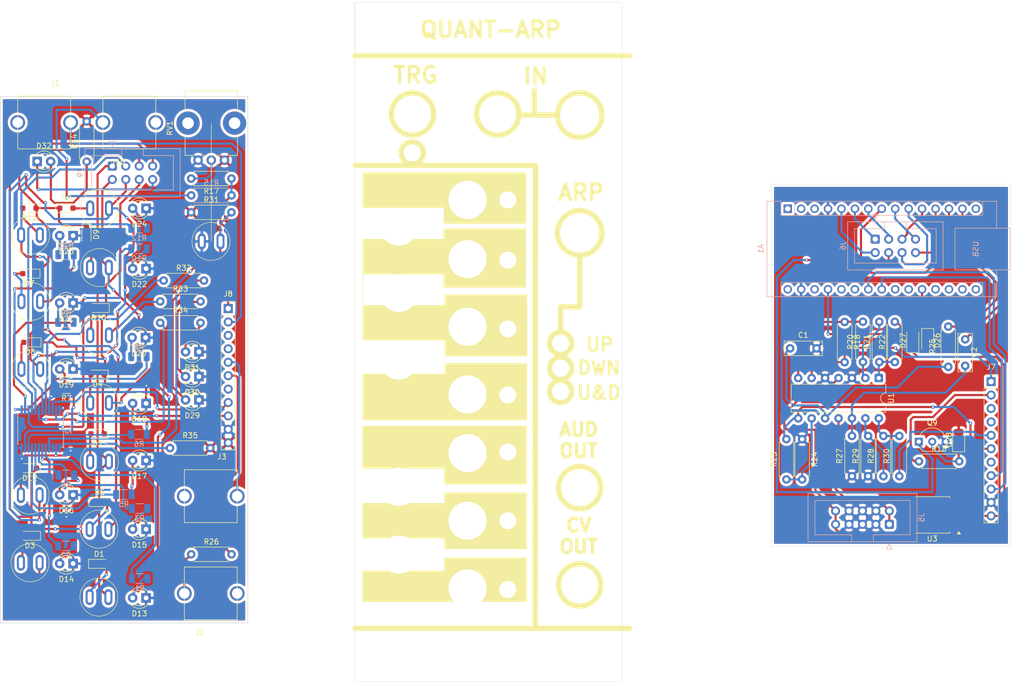
<source format=kicad_pcb>
(kicad_pcb (version 20241229) (generator "pcbnew") (generator_version "9.0")
  (layers (0 "F.Cu" signal) (2 "B.Cu" signal) (13 "F.Paste" user) (15 "B.Paste" user) (5 "F.SilkS" user "F.Silkscreen") (7 "B.SilkS" user "B.Silkscreen") (1 "F.Mask" user) (3 "B.Mask" user) (25 "Edge.Cuts" user))
  (net 0 "")
  (net 1 "GND")
  (net 2 "INT")
  (net 3 "TRGIN")
  (net 4 "+5V")
  (net 5 "SDA")
  (net 6 "SCL")
  (net 7 "ROW1")
  (net 8 "Net-(R17-Pad2)")
  (net 9 "Net-(D1-A)")
  (net 10 "CVOUT")
  (net 11 "Net-(D2-A)")
  (net 12 "ROW2")
  (net 13 "VGND")
  (net 14 "Net-(D3-A)")
  (net 15 "Net-(D4-A)")
  (net 16 "Net-(D5-A)")
  (net 17 "LED7")
  (net 18 "Net-(D6-A)")
  (net 19 "LED4")
  (net 20 "Net-(D7-A)")
  (net 21 "LED1")
  (net 22 "ROW3")
  (net 23 "LED2")
  (net 24 "LED11")
  (net 25 "Net-(D8-A)")
  (net 26 "Net-(D9-A)")
  (net 27 "LED8")
  (net 28 "Net-(D10-A)")
  (net 29 "LED10")
  (net 30 "LED6")
  (net 31 "LED3")
  (net 32 "LED12")
  (net 33 "Net-(D11-A)")
  (net 34 "LED9")
  (net 35 "Net-(D12-A)")
  (net 36 "LED5")
  (net 37 "COL1")
  (net 38 "ARPUP")
  (net 39 "COL2")
  (net 40 "ARPUD")
  (net 41 "COL3")
  (net 42 "COL4")
  (net 43 "ARPDWN")
  (net 44 "Net-(D13-A)")
  (net 45 "Net-(D14-A)")
  (net 46 "Net-(D15-A)")
  (net 47 "Net-(D16-A)")
  (net 48 "Net-(D17-A)")
  (net 49 "Net-(D18-A)")
  (net 50 "Net-(D19-A)")
  (net 51 "Net-(D20-A)")
  (net 52 "Net-(D21-A)")
  (net 53 "Net-(D22-A)")
  (net 54 "Net-(D23-A)")
  (net 55 "Net-(D24-A)")
  (net 56 "Net-(D29-A)")
  (net 57 "Net-(D30-A)")
  (net 58 "Net-(D31-A)")
  (net 59 "AUDOUT")
  (net 60 "ARP")
  (net 62 "TRG")
  (net 64 "Net-(U2-~{INT})")
  (net 67 "Net-(J2-Pin_1)")
  (net 69 "Net-(J10-Pin_1)")
  (net 71 "Net-(D32-A)")
  (net 72 "AUD")
  (net 73 "Net-(U1D-+)")
  (net 74 "CV")
  (net 75 "CVIN")
  (net 76 "Net-(U1C-+)")
  (net 77 "Net-(D28-K)")
  (net 78 "+12V")
  (net 79 "Net-(R28-Pad2)")
  (net 80 "-12V")
  (net 81 "Net-(U1D--)")
  (net 82 "Net-(U1C--)")
  (net 83 "Net-(R18-Pad1)")
  (net 84 "Net-(R21-Pad1)")
  (net 85 "Net-(U1A--)")
  (footprint "LED_THT:LED_D3.0mm" (layer "F.Cu") (at 70.42 120.45 180)
    (property "Reference" "D16")
    (property "Value" "LED")
  )
  (footprint "MountingHole:MountingHole_3.2mm_M3" (layer "F.Cu") (at 138.8 118.85)
    (property "Reference" "REF**" (hide yes))
    (property "Value" "MountingHole_3.2mm_M3" (hide yes))
  )
  (footprint "MountingHole:MountingHole_3.2mm_M3" (layer "F.Cu") (at 152.6 138.35)
    (property "Reference" "REF**" (hide yes))
    (property "Value" "MountingHole_3.2mm_M3" (hide yes))
  )
  (footprint "MountingHole:MountingHole_3.2mm_M3" (layer "F.Cu") (at 162.6 100.889299)
    (property "Reference" "REF**" (hide yes))
    (property "Value" "MountingHole_3.2mm_M3" (hide yes))
  )
  (footprint "MountingHole:MountingHole_3.2mm_M3" (layer "F.Cu") (at 132 95.05)
    (property "Reference" "REF**" (hide yes))
    (property "Value" "MountingHole_3.2mm_M3" (hide yes))
  )
  (footprint "MountingHole:MountingHole_3.2mm_M3" (layer "F.Cu") (at 166.2 119.089299)
    (property "Reference" "REF**" (hide yes))
    (property "Value" "MountingHole_3.2mm_M3" (hide yes))
  )
  (footprint "MountingHole:MountingHole_3.2mm_M3" (layer "F.Cu") (at 145 64.65)
    (property "Reference" "REF**" (hide yes))
    (property "Value" "MountingHole_3.2mm_M3" (hide yes))
  )
  (footprint "LED_THT:LED_D3.0mm" (layer "F.Cu") (at 70.42 133.45 180)
    (property "Reference" "D14")
    (property "Value" "LED")
  )
  (footprint "Library:PushButton" (layer "F.Cu") (at 62.38 71.3)
    (property "Reference" "SW11" (hide yes))
    (property "Value" "SW_Push" (hide yes))
  )
  (footprint "MountingHole:MountingHole_3.2mm_M3" (layer "F.Cu") (at 131.2 30.3)
    (property "Reference" "REF**" (hide yes))
    (property "Value" "MountingHole_3.2mm_M3" (hide yes))
  )
  (footprint "Resistor_THT:R_Axial_DIN0207_L6.3mm_D2.5mm_P7.62mm_Horizontal" (layer "F.Cu") (at 92.75 131.7)
    (property "Reference" "R26")
    (property "Value" "1k")
  )
  (footprint "LED_THT:LED_D3.0mm" (layer "F.Cu") (at 70.42 71.4 180)
    (property "Reference" "D23")
    (property "Value" "LED")
  )
  (footprint "MountingHole:MountingHole_3.2mm_M3" (layer "F.Cu") (at 134.6 48.4 90)
    (property "Reference" "REF**" (hide yes))
    (property "Value" "MountingHole_3.2mm_M3" (hide yes))
  )
  (footprint "Diode_SMD:D_SOD-323_HandSoldering" (layer "F.Cu") (at 69.15 66.2)
    (property "Reference" "D8")
    (property "Value" "D")
  )
  (footprint "Resistor_THT:R_Axial_DIN0207_L6.3mm_D2.5mm_P7.62mm_Horizontal" (layer "F.Cu") (at 73 57.41 90)
    (property "Reference" "R14")
    (property "Value" "1k")
  )
  (footprint "LED_THT:LED_D3.0mm" (layer "F.Cu") (at 94.22 102.489299 180)
    (property "Reference" "D29")
    (property "Value" "LED")
  )
  (footprint "Resistor_THT:R_Axial_DIN0207_L6.3mm_D2.5mm_P7.62mm_Horizontal" (layer "F.Cu") (at 208.25 109.92 -90)
    (property "Reference" "R24")
    (property "Value" "47k")
  )
  (footprint "Diode_SMD:D_SOD-323_HandSoldering" (layer "F.Cu") (at 62.15 78.6 180)
    (property "Reference" "D7")
    (property "Value" "D")
  )
  (footprint "Library:3mm5 Mono Aux" (layer "F.Cu") (at 64.95 50)
    (property "Reference" "J1")
    (property "Value" "Conn_01x02_Pin")
  )
  (footprint "Resistor_THT:R_Axial_DIN0207_L6.3mm_D2.5mm_P7.62mm_Horizontal" (layer "F.Cu") (at 92.74 67)
    (property "Reference" "R31")
    (property "Value" "R")
  )
  (footprint "Library:3mm5 Mono Aux" (layer "F.Cu") (at 96.45 120.7)
    (property "Reference" "J3")
    (property "Value" "Conn_01x02_Pin")
  )
  (footprint "MountingHole:MountingHole_3.2mm_M3" (layer "F.Cu") (at 150.7 48.4)
    (property "Reference" "REF**" (hide yes))
    (property "Value" "MountingHole_3.2mm_M3" (hide yes))
  )
  (footprint "Library:PushButton" (layer "F.Cu") (at 75.3 139.8 180)
    (property "Reference" "SW1" (hide yes))
    (property "Value" "SW_Push" (hide yes))
  )
  (footprint "LED_THT:LED_D3.0mm" (layer "F.Cu") (at 84.22 77.65 180)
    (property "Reference" "D22")
    (property "Value" "LED")
  )
  (footprint "Potentiometer_THT:Potentiometer_Bourns_PTV09A-1_Single_Vertical" (layer "F.Cu") (at 99.05 57.125 90)
    (property "Reference" "RV1")
    (property "Value" "R_Potentiometer")
  )
  (footprint "Library:PushButton" (layer "F.Cu") (at 75.4 103.05 180)
    (property "Reference" "SW4" (hide yes))
    (property "Value" "SW_Push" (hide yes))
  )
  (footprint "Resistor_THT:R_Axial_DIN0207_L6.3mm_D2.5mm_P7.62mm_Horizontal" (layer "F.Cu") (at 87.54 79.9)
    (property "Reference" "R32")
    (property "Value" "R")
  )
  (footprint "Package_TO_SOT_THT:TO-92_Inline_Wide" (layer "F.Cu") (at 230.31 110.38)
    (property "Reference" "Q9")
    (property "Value" "BC547")
  )
  (footprint "Diode_SMD:D_SOD-323_HandSoldering" (layer "F.Cu") (at 62.25 128.2 180)
    (property "Reference" "D3")
    (property "Value" "D")
  )
  (footprint "MountingHole:MountingHole_3.2mm_M3" (layer "F.Cu") (at 152.6 125.35)
    (property "Reference" "REF**" (hide yes))
    (property "Value" "MountingHole_3.2mm_M3" (hide yes))
  )
  (footprint "Diode_SMD:D_1206_3216Metric" (layer "F.Cu") (at 229.17 91.275 90)
    (property "Reference" "D27")
    (property "Value" "D")
  )
  (footprint "MountingHole:MountingHole_3.2mm_M3" (layer "F.Cu") (at 145 75.85)
    (property "Reference" "REF**" (hide yes))
    (property "Value" "MountingHole_3.2mm_M3" (hide yes))
  )
  (footprint "MountingHole:MountingHole_3.2mm_M3" (layer "F.Cu") (at 152.6 89.05)
    (property "Reference" "REF**" (hide yes))
    (property "Value" "MountingHole_3.2mm_M3" (hide yes))
  )
  (footprint "Capacitor_THT:C_Disc_D7.0mm_W2.5mm_P5.00mm" (layer "F.Cu") (at 205.98 92.73)
    (property "Reference" "C1")
    (property "Value" "100nF")
  )
  (footprint "Diode_SMD:D_SOD-323_HandSoldering" (layer "F.Cu") (at 62.35 91.6 180)
    (property "Reference" "D6")
    (property "Value" "D")
  )
  (footprint "MountingHole:MountingHole_3.2mm_M3" (layer "F.Cu") (at 166.2 70.9)
    (property "Reference" "REF**" (hide yes))
    (property "Value" "MountingHole_3.2mm_M3" (hide yes))
  )
  (footprint "MountingHole:MountingHole_3.2mm_M3" (layer "F.Cu") (at 134.55 55.780964)
    (property "Reference" "REF**" (hide yes))
    (property "Value" "MountingHole_3.2mm_M3" (hide yes))
  )
  (footprint "Library:PushButton" (layer "F.Cu") (at 75.3 126.95 180)
    (property "Reference" "SW5" (hide yes))
    (property "Value" "SW_Push" (hide yes))
  )
  (footprint "Resistor_THT:R_Axial_DIN0207_L6.3mm_D2.5mm_P7.62mm_Horizontal" (layer "F.Cu") (at 235.88 96.23 90)
    (property "Reference" "R25")
    (property "Value" "10k")
  )
  (footprint "MountingHole:MountingHole_3.2mm_M3" (layer "F.Cu") (at 145 138.15)
    (property "Reference" "REF**" (hide yes))
    (property "Value" "MountingHole_3.2mm_M3" (hide yes))
  )
  (footprint "Resistor_THT:R_Axial_DIN0207_L6.3mm_D2.5mm_P7.62mm_Horizontal" (layer "F.Cu") (at 223.63 116.925 90)
    (property "Reference" "R28")
    (property "Value" "47k")
  )
  (footprint "MountingHole:MountingHole_3.2mm_M3" (layer "F.Cu") (at 145 125.35)
    (property "Reference" "REF**" (hide yes))
    (property "Value" "MountingHole_3.2mm_M3" (hide yes))
  )
  (footprint "MountingHole:MountingHole_3.2mm_M3" (layer "F.Cu") (at 152.6 76.05)
    (property "Reference" "REF**" (hide yes))
    (property "Value" "MountingHole_3.2mm_M3" (hide yes))
  )
  (footprint "Library:PushButton" (layer "F.Cu") (at 75.38 77.45 180)
    (property "Reference" "SW9" (hide yes))
    (property "Value" "SW_Push" (hide yes))
  )
  (footprint "Diode_SMD:D_SOD-323_HandSoldering" (layer "F.Cu") (at 62.15 66.2 180)
    (property "Reference" "D11")
    (property "Value" "D")
  )
  (footprint "Resistor_THT:R_Axial_DIN0207_L6.3mm_D2.5mm_P7.62mm_Horizontal" (layer "F.Cu") (at 88.74 111.6)
    (property "Reference" "R35")
    (property "Value" "R")
  )
  (footprint "Resistor_THT:R_Axial_DIN0207_L6.3mm_D2.5mm_P7.62mm_Horizontal" (layer "F.Cu") (at 222.85 95.32 90)
    (property "Reference" "R21")
    (property "Value" "100k")
  )
  (footprint "Resistor_THT:R_Axial_DIN0207_L6.3mm_D2.5mm_P7.62mm_Horizontal" (layer "F.Cu") (at 219.75 95.31 90)
    (property "Reference" "R20")
    (property "Value" "100k")
  )
  (footprint "Package_DIP:DIP-14_W7.62mm" (layer "F.Cu") (at 222.75 98.35 -90)
    (property "Reference" "U1")
    (property "Value" "TL074")
  )
  (footprint "Connector_PinSocket_2.54mm:PinSocket_1x11_P2.54mm_Vertical" (layer "F.Cu") (at 243.98 99.03)
    (property "Reference" "J7")
    (property "Value" "Conn_01x11_Pin")
  )
  (footprint "LED_THT:LED_D3.0mm" (layer "F.Cu") (at 94.22 93.389299 180)
    (property "Reference" "D31")
    (property "Value" "LED")
  )
  (footprint "MountingHole:MountingHole_3.2mm_M3" (layer "F.Cu") (at 132 131.75)
    (property "Reference" "REF**" (hide yes))
    (property "Value" "MountingHole_3.2mm_M3" (hide yes))
  )
  (footprint "MountingHole:MountingHole_3.2mm_M3" (layer "F.Cu") (at 138.8 82.55)
    (property "Reference" "REF**" (hide yes))
    (property "Value" "MountingHole_3.2mm_M3" (hide yes))
  )
  (footprint "MountingHole:MountingHole_3.2mm_M3" (layer "F.Cu") (at 166.2 48.6)
    (property "Reference" "REF**" (hide yes))
    (property "Value" "MountingHole_3.2mm_M3" (hide yes))
  )
  (footprint "LED_THT:LED_D3.0mm" (layer "F.Cu") (at 84.22 139.95 180)
    (property "Reference" "D13")
    (property "Value" "LED")
  )
  (footprint "MountingHole:MountingHole_3.2mm_M3" (layer "F.Cu") (at 145 88.65)
    (property "Reference" "REF**" (hide yes))
    (property "Value" "MountingHole_3.2mm_M3" (hide yes))
  )
  (footprint "Library:PushButton" (layer "F.Cu") (at 96.5 72.5 180)
    (property "Reference" "SW13" (hide yes))
    (property "Value" "SW_Push" (hide yes))
  )
  (footprint "LED_THT:LED_D3.0mm" (layer "F.Cu") (at 70.42 96.65 180)
    (property "Reference" "D19")
    (property "Value" "LED")
  )
  (footprint "Diode_SMD:D_SOD-323_HandSoldering" (layer "F.Cu") (at 75.25 85.1 180)
    (property "Reference" "D10")
    (property "Value" "D")
  )
  (footprint "LED_THT:LED_D3.0mm" (layer "F.Cu") (at 70.42 84.15 180)
    (property "Reference" "D21")
    (property "Value" "LED")
  )
  (footprint "Resistor_THT:R_Axial_DIN0207_L6.3mm_D2.5mm_P7.62mm_Horizontal" (layer "F.Cu") (at 86.89 83.85)
    (property "Reference" "R33")
    (property "Value" "R")
  )
  (footprint "Resistor_THT:R_Axial_DIN0207_L6.3mm_D2.5mm_P7.62mm_Horizontal" (layer "F.Cu") (at 230.34 114.1)
    (property "Reference" "R13")
    (property "Value" "47k")
  )
  (footprint "Library:3mm5 Mono Aux" (layer "F.Cu") (at 81.05 50 180)
    (property "Reference" "J10")
    (property "Value" "Conn_01x02_Pin")
  )
  (footprint "Library:PushButton" (layer "F.Cu") (at 62.4 83.85 180)
    (property "Reference" "SW7" (hide yes))
    (property "Value" "SW_Push" (hide yes))
  )
  (footprint "Resistor_THT:R_Axial_DIN0207_L6.3mm_D2.5mm_P7.62mm_Horizontal" (layer "F.Cu") (at 225.78 95.33 90)
    (property "Reference" "R22")
    (property "Value" "1k")
  )
  (footprint "MountingHole:MountingHole_3.2mm_M3" (layer "F.Cu") (at 166.8 152.8)
    (property "Reference" "REF**" (hide yes))
    (property "Value" "MountingHole_3.2mm_M3" (hide yes))
  )
  (footprint "Library:PushButton" (layer "F.Cu") (at 62.3 120.5 180)
    (property "Reference" "SW12" (hide yes))
    (property "Value" "SW_Push" (hide yes))
  )
  (footprint "MountingHole:MountingHole_3.2mm_M3" (layer "F.Cu") (at 138.8 131.85)
    (property "Reference" "REF**" (hide yes))
    (property "Value" "MountingHole_3.2mm_M3" (hide yes))
  )
  (footprint "LED_THT:LED_D3.0mm" (layer "F.Cu") (at 63.63 57.380964)
    (property "Reference" "D32")
    (property "Value" "LED")
  )
  (footprint "Resistor_THT:R_Axial_DIN0207_L6.3mm_D2.5mm_P7.62mm_Horizontal" (layer "F.Cu") (at 220.73 116.925 90)
    (property "Reference" "R29")
    (property "Value" "47k")
  )
  (footprint "LED_THT:LED_D3.0mm" (layer "F.Cu") (at 84.22 103.15 180)
    (property "Reference" "D18")
    (property "Value" "LED")
  )
  (footprint "Resistor_SMD:R_1206_3216Metric" (layer "F.Cu") (at 69.1675 100.355 180)
    (property "Reference" "R7")
    (property "Value" "R")
  )
  (footprint "MountingHole:MountingHole_3.2mm_M3" (layer "F.Cu") (at 162.6 96.489299)
    (property "Reference" "REF**" (hide yes))
    (property "Value" "MountingHole_3.2mm_M3" (hide yes))
  )
  (footprint "Library:PushButton" (layer "F.Cu") (at 75.4 90.25 180)
    (property "Reference" "SW10" (hide yes))
    (property "Value" "SW_Push" (hide yes))
  )
  (footprint "MountingHole:MountingHole_3.2mm_M3" (layer "F.Cu") (at 132 82.25)
    (property "Reference" "REF**" (hide yes))
    (property "Value" "MountingHole_3.2mm_M3" (hide yes))
  )
  (footprint "Resistor_THT:R_Axial_DIN0207_L6.3mm_D2.5mm_P7.62mm_Horizontal" (layer "F.Cu") (at 217.68 116.925 90)
    (property "Reference" "R27")
    (property "Value" "100k")
  )
  (footprint "MountingHole:MountingHole_3.2mm_M3" (layer "F.Cu") (at 162.6 91.789299)
    (property "Reference" "REF**" (hide yes))
    (property "Value" "MountingHole_3.2mm_M3" (hide yes))
  )
  (footprint "Capacitor_THT:C_Disc_D7.0mm_W2.5mm_P5.00mm" (layer "F.Cu") (at 239.08 91.03 -90)
    (property "Reference" "C2")
    (property "Value" "1u")
  )
  (footprint "MountingHole:MountingHole_3.2mm_M3" (layer "F.Cu") (at 145 101.45)
    (property "Reference" "REF**" (hide yes))
    (property "Value" "MountingHole_3.2mm_M3" (hide yes))
  )
  (footprint "Diode_SMD:D_1206_3216Metric" (layer "F.Cu") (at 237.85 110.01 90)
    (property "Reference" "D28")
    (property "Value" "D")
  )
  (footprint "MountingHole:MountingHole_3.2mm_M3" (layer "F.Cu") (at 131.24 152.8)
    (property "Reference" "REF**" (hide yes))
    (property "Value" "MountingHole_3.2mm_M3" (hide yes))
  )
  (footprint "Library:PushButton" (layer "F.Cu") (at 75.4 114.15 180)
    (property "Reference" "SW2" (hide yes))
    (property "Value" "SW_Push" (hide yes))
  )
  (footprint "Resistor_THT:R_Axial_DIN0207_L6.3mm_D2.5mm_P7.62mm_Horizontal" (layer "F.Cu") (at 86.89 87.9)
    (property "Reference" "R34")
    (property "Value" "R")
  )
  (footprint "Resistor_THT:R_Axial_DIN0207_L6.3mm_D2.5mm_P7.62mm_Horizontal" (layer "F.Cu") (at 205.28 117.53 90)
    (property "Reference" "R23")
    (property "Value" "47k")
  )
  (footprint "Diode_SMD:D_SOD-323_HandSoldering" (layer "F.Cu") (at 72.95 71.2 -90)
    (property "Reference" "D9")
    (property "Value" "D")
  )
  (footprint "LED_THT:LED_D3.0mm" (layer "F.Cu") (at 84.22 66.25 180)
    (property "Reference" "D24")
    (property "Value" "LED")
  )
  (footprint "MountingHole:MountingHole_3.2mm_M3" (layer "F.Cu") (at 166.2 137.489299 -90)
    (property "Reference" "REF**" (hide yes))
    (property "Value" "MountingHole_3.2mm_M3" (hide yes))
  )
  (footprint "Library:3mm5 Mono Aux" (layer "F.Cu") (at 96.45 139.1 180)
    (property "Reference" "J2")
    (property "Value" "Conn_01x02_Pin")
  )
  (footprint "Library:PushButton" (layer "F.Cu") (at 75.4 66.25 180)
    (property "Reference" "SW8" (hide yes))
    (property "Value" "SW_Push" (hide yes))
  )
  (footprint "Diode_SMD:D_SOD-323_HandSoldering" (layer "F.Cu") (at 75.35 133.5)
    (property "Reference" "D1")
    (property "Value" "D")
  )
  (footprint "Connector_PinSocket_2.54mm:PinSocket_1x11_P2.54mm_Vertical" (layer "F.Cu") (at 99.75 85.2)
    (property "Reference" "J8")
    (property "Value" "Conn_01x11_Pin")
  )
  (footprint "MountingHole:MountingHole_3.2mm_M3" (layer "F.Cu") (at 145 112.55)
    (property "Reference" "REF**" (hide yes))
    (property "Value" "MountingHole_3.2mm_M3" (hide yes))
  )
  (footprint "MountingHole:MountingHole_3.2mm_M3" (layer "F.Cu") (at 132 69.7)
    (property "Reference" "REF**" (hide yes))
    (property "Value" "MountingHole_3.2mm_M3" (hide yes))
  )
  (footprint "MountingHole:MountingHole_3.2mm_M3" (layer "F.Cu") (at 152.6 101.55)
    (property "Reference" "REF**" (hide yes))
    (property "Value" "MountingHole_3.2mm_M3" (hide yes))
  )
  (footprint "Diode_SMD:D_1206_3216Metric" (layer "F.Cu") (at 231.99 91.25 -90)
    (property "Reference" "D26")
    (property "Value" "D")
  )
  (footprint "Diode_SMD:D_SOD-323_HandSoldering" (layer "F.Cu") (at 62.25 115.4 180)
    (property "Reference" "D12")
    (property "Value" "D")
  )
  (footprint "MountingHole:MountingHole_3.2mm_M3" (layer "F.Cu") (at 138.8 95.05)
    (property "Reference" "REF**" (hide yes))
    (property "Value" "MountingHole_3.2mm_M3" (hide yes))
  )
  (footprint "LED_THT:LED_D3.0mm" (layer "F.Cu") (at 84.12 90.7 180)
    (property "Reference" "D20")
    (property "Value" "LED")
  )
  (footprint "Resistor_THT:R_Axial_DIN0207_L6.3mm_D2.5mm_P7.62mm_Horizontal" (layer "F.Cu") (at 216.28 87.73 -90)
    (property "Reference" "R18")
    (property "Value" "100k")
  )
  (footprint "Diode_SMD:D_SOD-323_HandSoldering" (layer "F.Cu") (at 75.05 97.7 180)
    (property "Reference" "D4")
    (property "Value" "D")
  )
  (footprint "LED_THT:LED_D3.0mm" (layer "F.Cu") (at 84.22 113.95 180)
    (property "Reference" "D17")
    (property "Value" "LED")
  )
  (footprint "MountingHole:MountingHole_3.2mm_M3" (layer "F.Cu") (at 152.6 64.65)
    (property "Reference" "REF**" (hide yes))
    (property "Value" "MountingHole_3.2mm_M3" (hide yes))
  )
  (footprint "Resistor_THT:R_Axial_DIN0207_L6.3mm_D2.5mm_P7.62mm_Horizontal" (layer "F.Cu") (at 226.63 116.925 90)
    (property "Reference" "R30")
    (property "Value" "1k")
  )
  (footprint "Package_TO_SOT_SMD:TO-252-3_TabPin2" (layer "F.Cu") (at 232.84 124.2575 180)
    (property "Reference" "U3")
    (property "Value" "L7805")
  )
  (footprint "Library:PushButton" (layer "F.Cu") (at 62.3 133.3 180)
    (property "Reference" "SW3" (hide yes))
    (property "Value" "SW_Push" (hide yes))
  )
  (footprint "Diode_SMD:D_SOD-323_HandSoldering" (layer "F.Cu") (at 75.05 108.9 180)
    (property "Reference" "D2")
    (property "Value" "D")
  )
  (footprint "LED_THT:LED_D3.0mm" (layer "F.Cu") (at 94.22 98.076636 180)
    (property "Reference" "D30")
    (property "Value" "LED")
  )
  (footprint "MountingHole:MountingHole_3.2mm_M3" (layer "F.Cu") (at 138.8 69.8)
    (property "Reference" "REF**" (hide yes))
    (property "Value" "MountingHole_3.2mm_M3" (hide yes))
  )
  (footprint "Diode_SMD:D_SOD-323_HandSoldering" (layer "F.Cu") (at 75.45 121.8)
    (property "Reference" "D5")
    (property "Value" "D")
  )
  (footprint "MountingHole:MountingHole_3.2mm_M3" (layer "F.Cu") (at 166.76 30.3)
    (property "Reference" "REF**" (hide yes))
    (property "Value" "MountingHole_3.2mm_M3" (hide yes))
  )
  (footprint "Library:PushButton" (layer "F.Cu") (at 62.4 96.65 180)
    (property "Reference" "SW6" (hide yes))
    (property "Value" "SW_Push" (hide yes))
  )
  (footprint "MountingHole:MountingHole_3.2mm_M3" (layer "F.Cu") (at 152.6 112.35)
    (property "Reference" "REF**" (hide yes))
    (property "Value" "MountingHole_3.2mm_M3" (hide yes))
  )
  (footprint "MountingHole:MountingHole_3.2mm_M3" (layer "F.Cu") (at 132 118.95)
    (property "Reference" "REF**" (hide yes))
    (property "Value" "MountingHole_3.2mm_M3" (hide yes))
  )
  (footprint "Resistor_THT:R_Axial_DIN0207_L6.3mm_D2.5mm_P7.62mm_Horizontal" (layer "F.Cu") (at 100.36 60.6 180)
    (property "Reference" "R17")
    (property "Value" "100k")
  )
  (footprint "LED_THT:LED_D3.0mm" (layer "F.Cu") (at 84.22 126.95 180)
    (property "Reference" "D15")
    (property "Value" "LED")
  )
  (footprint "Connector_IDC:IDC-Header_2x04_P2.54mm_Vertical" (layer "B.Cu") (at 222.07 72.0775 -90)
    (property "Reference" "J6")
    (property "Value" "Conn_02x04_Counter_Clockwise")
  )
  (footprint "Resistor_SMD:R_1206_3216Metric" (layer "B.Cu") (at 82.8875 70)
    (property "Reference" "R12")
    (property "Value" "R")
  )
  (footprint "Resistor_SMD:R_1206_3216Metric" (layer "B.Cu") (at 80.0125 120.4)
    (property "Reference" "R5")
    (property "Value" "R")
  )
  (footprint "Resistor_SMD:R_1206_3216Metric" (layer "B.Cu") (at 82.9875 136.3)
    (property "Reference" "R1")
    (property "Value" "R")
  )
  (footprint "Resistor_SMD:R_1206_3216Metric" (layer "B.Cu") (at 82.9875 123.03)
    (property "Reference" "R3")
    (property "Value" "R")
  )
  (footprint "Connector_IDC:IDC-Header_2x04_P2.54mm_Vertical" (layer "B.Cu") (at 77.84 58.2475 -90)
    (property "Reference" "J9")
    (property "Value" "Conn_02x04_Counter_Clockwise")
  )
  (footprint "Resistor_THT:R_Axial_DIN0207_L6.3mm_D2.5mm_P7.62mm_Horizontal" (layer "B.Cu") (at 100.37 63.79 180)
    (property "Reference" "R15")
    (property "Value" "100k")
  )
  (footprint "Connector_IDC:IDC-Header_2x05_P2.54mm_Vertical" (layer "B.Cu") (at 224.74 126.03 90)
    (property "Reference" "J5")
    (property "Value" "Conn_02x05_Odd_Even")
  )
  (footprint "Resistor_SMD:R_1206_3216Metric" (layer "B.Cu") (at 69.0625 87.8 180)
    (property "Reference" "R9")
    (property "Value" "R")
  )
  (footprint "Module:Arduino_Nano" (layer "B.Cu") (at 205.53 66.32 -90)
    (property "Reference" "A1")
    (property "Value" "Arduino_Nano_Every")
  )
  (footprint "Resistor_SMD:R_1206_3216Metric" (layer "B.Cu") (at 69.0875 75 180)
    (property "Reference" "R11")
    (property "Value" "R")
  )
  (footprint "Resistor_SMD:R_1206_3216Metric" (layer "B.Cu") (at 82.8625 94.3 180)
    (property "Reference" "R8")
    (property "Value" "R")
  )
  (footprint "Resistor_SMD:R_1206_3216Metric" (layer "B.Cu") (at 69.0625 130.1)
    (property "Reference" "R2")
    (property "Value" "R")
  )
  (footprint "Resistor_SMD:R_1206_3216Metric" (layer "B.Cu") (at 69.1125 116.7)
    (property "Reference" "R4")
    (property "Value" "R")
  )
  (footprint "Resistor_SMD:R_1206_3216Metric" (layer "B.Cu") (at 82.8625 73.9)
    (property "Reference" "R10")
    (property "Value" "R")
  )
  (footprint "Package_SO:SSOP-24_5.3x8.2mm_P0.65mm" (layer "B.Cu") (at 64.275 108 90)
    (property "Reference" "U2")
    (property "Value" "TCA9555DBT")
  )
  (footprint "Resistor_SMD:R_1206_3216Metric" (layer "B.Cu") (at 82.8875 109)
    (property "Reference" "R6")
    (property "Value" "R")
  )
  (gr_line (start 157.8 145.6) (end 157.85 58.1) (stroke (width 1)) (layer "F.SilkS"))
  (gr_line (start 123.7 27.3) (end 123.7 37.3) (stroke (width 0.1)) (layer "F.SilkS"))
  (gr_line (start 123.75 58.1) (end 157.85 58.1) (stroke (width 1)) (layer "F.SilkS"))
  (gr_circle (center 162.6 91.758335) (end 164.7 91.989299) (stroke (width 1)) (fill no) (layer "F.SilkS"))
  (gr_line (start 125.2 81.65) (end 125.2 81.6) (stroke (width 0.1)) (layer "F.SilkS"))
  (gr_rect (start 125.2 72.1) (end 140.771877 78.7) (stroke (width 0.1)) (fill yes) (layer "F.SilkS"))
  (gr_circle (center 166.2 137.489299) (end 166.2 141.489299) (stroke (width 1)) (fill no) (layer "F.SilkS"))
  (gr_rect (start 140.65 120.05) (end 156.15 130.65) (stroke (width 0.1)) (fill yes) (layer "F.SilkS"))
  (gr_circle (center 162.6 100.876636) (end 164.7 101.1076) (stroke (width 1)) (fill no) (layer "F.SilkS"))
  (gr_circle (center 134.55 55.75) (end 136.65 55.980964) (stroke (width 1)) (fill no) (layer "F.SilkS"))
  (gr_rect (start 140.65 107.45) (end 156.15 118.45) (stroke (width 0.1)) (fill yes) (layer "F.SilkS"))
  (gr_circle (center 145 88.65) (end 148.2 88.65) (stroke (width 0.1)) (fill no) (layer "F.SilkS"))
  (gr_line (start 166.2 84.889299) (end 166.2 75.1) (stroke (width 1)) (layer "F.SilkS"))
  (gr_line (start 154.8 48.600017) (end 161.989299 48.6) (stroke (width 1)) (layer "F.SilkS"))
  (gr_rect (start 140.7 82.6) (end 156.2 94.2) (stroke (width 0.1)) (fill yes) (layer "F.SilkS"))
  (gr_line (start 125.2 84.6) (end 125.2 78.7) (stroke (width 0.1)) (layer "F.SilkS"))
  (gr_line (start 96.55 72.514299) (end 96.55 50.225) (stroke (width 0.1)) (layer "F.SilkS"))
  (gr_line (start 162.6 84.889299) (end 162.6 89.645672) (stroke (width 1)) (layer "F.SilkS"))
  (gr_circle (center 150.7 48.4) (end 150.7 44.4) (stroke (width 1)) (fill no) (layer "F.SilkS"))
  (gr_circle (center 145 101.45) (end 148.2 101.45) (stroke (width 0.1)) (fill no) (layer "F.SilkS"))
  (gr_line (start 123.7 37.4) (end 175.6 37.4) (stroke (width 1)) (layer "F.SilkS"))
  (gr_line (start 157.59465 48.6) (end 157.59465 44) (stroke (width 1)) (layer "F.SilkS"))
  (gr_circle (center 162.6 96.476636) (end 164.7 96.7076) (stroke (width 1)) (fill no) (layer "F.SilkS"))
  (gr_circle (center 145 75.85) (end 148.2 75.85) (stroke (width 0.1)) (fill no) (layer "F.SilkS"))
  (gr_rect (start 125.15 134.85) (end 140.65 140.65) (stroke (width 0.1)) (fill yes) (layer "F.SilkS"))
  (gr_rect (start 140.65 132.35) (end 156.15 140.65) (stroke (width 0.1)) (fill yes) (layer "F.SilkS"))
  (gr_rect (start 125.2 97.6) (end 140.7 106.3) (stroke (width 0.1)) (fill yes) (layer "F.SilkS"))
  (gr_rect (start 140.5 70.1) (end 156 81.2) (stroke (width 0.1)) (fill yes) (layer "F.SilkS"))
  (gr_rect (start 140.7 95.6) (end 156.2 106.3) (stroke (width 0.1)) (fill yes) (layer "F.SilkS"))
  (gr_rect (start 125.15 122.05) (end 140.65 128.65) (stroke (width 0.1)) (fill yes) (layer "F.SilkS"))
  (gr_circle (center 166.2 119.089299) (end 170.2 118.9) (stroke (width 1)) (fill no) (layer "F.SilkS"))
  (gr_rect (start 125.2 59.5) (end 140.55 66.1) (stroke (width 0.1)) (fill yes) (layer "F.SilkS"))
  (gr_rect (start 125.15 107.45) (end 140.85 115.45) (stroke (width 0.1)) (fill yes) (layer "F.SilkS"))
  (gr_rect (start 125.2 84.6) (end 140.7 91.2) (stroke (width 0.1)) (fill yes) (layer "F.SilkS"))
  (gr_rect (start 140.7 84.1) (end 156.2 93.7) (stroke (width 0.1)) (fill yes) (layer "F.SilkS"))
  (gr_rect (start 140.55 59.5) (end 156.05 69.1) (stroke (width 0.1)) (fill yes) (layer "F.SilkS"))
  (gr_circle (center 166.2 48.6) (end 170.4 48.3) (stroke (width 1)) (fill no) (layer "F.SilkS"))
  (gr_circle (center 132 95.05) (end 135.2 95.05) (stroke (width 0.1)) (fill no) (layer "F.SilkS"))
  (gr_circle (center 132 82.25) (end 135.2 82.25) (stroke (width 0.1)) (fill no) (layer "F.SilkS"))
  (gr_circle (center 145 127.05) (end 148.2 127.05) (stroke (width 0.1)) (fill no) (layer "F.SilkS"))
  (gr_line (start 166.2 84.889299) (end 162.6 84.889299) (stroke (width 1)) (layer "F.SilkS"))
  (gr_circle (center 166.2 70.889299) (end 170.4 70.589299) (stroke (width 1)) (fill no) (layer "F.SilkS"))
  (gr_line (start 175.6 145.7) (end 123.7 145.7) (stroke (width 1)) (layer "F.SilkS"))
  (gr_circle (center 134.6 48.4) (end 134.6 44.4) (stroke (width 1)) (fill no) (layer "F.SilkS"))
  (gr_rect (start 123.7 27.3) (end 174.2 155.8) (stroke (width 0.05)) (fill no) (layer "Edge.Cuts"))
  (gr_rect (start 56.65 45.1) (end 103.45 144.7) (stroke (width 0.1)) (fill no) (layer "Edge.Cuts"))
  (gr_rect (start 202.45 61.7) (end 247.65 130.2) (stroke (width 0.05)) (fill no) (layer "Edge.Cuts"))
  (gr_text "CV\nOUT" (at 166 131.7 0) (layer "F.SilkS") (effects (font (size 2.5 2.5) (thickness 0.6) (bold yes)) (justify bottom)))
  (gr_text "AUD\nOUT" (at 162 113.6 0) (layer "F.SilkS") (effects (font (size 2.5 2.5) (thickness 0.6) (bold yes)) (justify left bottom)))
  (gr_text "UP" (at 167.1 93.489299 0) (layer "F.SilkS") (effects (font (size 2.5 2.5) (thickness 0.5) (bold yes)) (justify left bottom)))
  (gr_text "ARP" (at 161.8 64.989299 0) (layer "F.SilkS") (effects (font (size 3 3) (thickness 0.6) (bold yes)) (justify left bottom)))
  (gr_text "DWN" (at 165.5 97.889299 0) (layer "F.SilkS") (effects (font (size 2.5 2.5) (thickness 0.5) (bold yes)) (justify left bottom)))
  (gr_text "IN" (at 155.2 43 0) (layer "F.SilkS") (effects (font (size 3 3) (thickness 0.6) (bold yes)) (justify left bottom)))
  (gr_text "U&D" (at 165.4 102.589299 0) (layer "F.SilkS") (effects (font (size 2.5 2.5) (thickness 0.5) (bold yes)) (justify left bottom)))
  (gr_text "QUANT-ARP" (at 135.7 34.2 0) (layer "F.SilkS") (effects (font (size 3 3) (thickness 0.6) (bold yes)) (justify left bottom)))
  (gr_text "TRG" (at 130.6 42.8 0) (layer "F.SilkS") (effects (font (size 3 3) (thickness 0.6) (bold yes)) (justify left bottom)))
  (segment (start 67.15 113) (end 69.05 113) (width 0.4) (layer "F.Cu") (net 1))
  (segment (start 67.15 113) (end 61.335 113) (width 0.4) (layer "F.Cu") (net 1))
  (segment (start 69.05 113) (end 69.95 112.1) (width 0.4) (layer "F.Cu") (net 1))
  (segment (start 69.15 122.6) (end 70.42 121.33) (width 0.4) (layer "F.Cu") (net 1))
  (segment (start 84.22 99.83) (end 84.25 99.8) (width 0.4) (layer "F.Cu") (net 1))
  (segment (start 69.15 124.6) (end 69.15 122.6) (width 0.4) (layer "F.Cu") (net 1))
  (segment (start 61.335 113) (end 60.73 113.605) (width 0.4) (layer "F.Cu") (net 1))
  (segment (start 70.42 121.33) (end 70.42 120.45) (width 0.4) (layer "F.Cu") (net 1))
  (segment (start 84.22 103.15) (end 84.22 99.83) (width 0.4) (layer "F.Cu") (net 1))
  (via (at 69.15 124.6) (size 0.6) (drill 0.3) (layers "F.Cu" "B.Cu") (net 1))
  (via (at 69.95 112.1) (size 0.6) (drill 0.3) (layers "F.Cu" "B.Cu") (net 1))
  (via (at 67.15 113) (size 0.6) (drill 0.3) (layers "F.Cu" "B.Cu") (net 1))
  (via (at 60.73 113.605) (size 0.6) (drill 0.3) (layers "F.Cu" "B.Cu") (net 1))
  (via (at 84.25 99.8) (size 0.6) (drill 0.3) (layers "F.Cu" "B.Cu") (net 1))
  (via (at 66.33 101.805) (size 0.6) (drill 0.3) (layers "F.Cu" "B.Cu") (net 1))
  (segment (start 67.2 111.6) (end 66.75 111.6) (width 0.4) (layer "B.Cu") (net 1))
  (segment (start 60.7 113.575) (end 60.7 111.6) (width 0.4) (layer "B.Cu") (net 1))
  (segment (start 67.2 112.95) (end 67.2 111.6) (width 0.4) (layer "B.Cu") (net 1))
  (segment (start 60.73 113.605) (end 60.7 113.575) (width 0.4) (layer "B.Cu") (net 1))
  (segment (start 67.15 113) (end 67.2 112.95) (width 0.4) (layer "B.Cu") (net 1))
  (segment (start 65.9 104.4) (end 65.9 102.235) (width 0.4) (layer "B.Cu") (net 1))
  (segment (start 65.9 102.235) (end 66.33 101.805) (width 0.4) (layer "B.Cu") (net 1))
  (segment (start 228.78 113.43) (end 228.78 106.23) (width 0.4) (layer "F.Cu") (net 3))
  (segment (start 230.34 114.1) (end 229.45 114.1) (width 0.4) (layer "F.Cu") (net 3))
  (segment (start 232.98 105.73) (end 237.14 101.57) (width 0.4) (layer "F.Cu") (net 3))
  (segment (start 237.14 101.57) (end 243.98 101.57) (width 0.4) (layer "F.Cu") (net 3))
  (segment (start 229.45 114.1) (end 228.78 113.43) (width 0.4) (layer "F.Cu") (net 3))
  (segment (start 229.28 105.73) (end 232.98 105.73) (width 0.4) (layer "F.Cu") (net 3))
  (segment (start 228.78 106.23) (end 229.28 105.73) (width 0.4) (layer "F.Cu") (net 3))
  (segment (start 69.95 53.7) (end 70.25 54) (width 0.4) (layer "B.Cu") (net 3))
  (segment (start 101.11 87.74) (end 99.75 87.74) (width 0.4) (layer "B.Cu") (net 3))
  (segment (start 102.15 55.7) (end 102.15 86.7) (width 0.4) (layer "B.Cu") (net 3))
  (segment (start 100.45 54) (end 102.15 55.7) (width 0.4) (layer "B.Cu") (net 3))
  (segment (start 70.25 54) (end 100.45 54) (width 0.4) (layer "B.Cu") (net 3))
  (segment (start 102.15 86.7) (end 101.11 87.74) (width 0.4) (layer "B.Cu") (net 3))
  (segment (start 69.95 50) (end 69.95 53.7) (width 0.4) (layer "B.Cu") (net 3))
  (segment (start 230.08 94.33) (end 244.88 94.33) (width 0.4) (layer "F.Cu") (net 4))
  (segment (start 240.58 124.43) (end 237.96 121.81) (width 0.4) (layer "F.Cu") (net 4))
  (segment (start 229.17 92.675) (end 229.17 93.42) (width 0.4) (layer "F.Cu") (net 4))
  (segment (start 226.18 90.63) (end 225.58 90.03) (width 0.4) (layer "F.Cu") (net 4))
  (segment (start 229.17 93.42) (end 230.08 94.33) (width 0.4) (layer "F.Cu") (net 4))
  (segment (start 228.225 92.675) (end 226.18 90.63) (width 0.4) (layer "F.Cu") (net 4))
  (segment (start 225.58 90.03) (end 213.18 90.03) (width 0.4) (layer "F.Cu") (net 4))
  (segment (start 245.48 124.43) (end 243.98 124.43) (width 0.4) (layer "F.Cu") (net 4))
  (segment (start 244.88 94.33) (end 246.48 95.93) (width 0.4) (layer "F.Cu") (net 4))
  (segment (start 246.48 95.93) (end 246.48 123.43) (width 0.4) (layer "F.Cu") (net 4))
  (segment (start 243.98 124.43) (end 240.58 124.43) (width 0.4) (layer "F.Cu") (net 4))
  (segment (start 246.48 123.43) (end 245.48 124.43) (width 0.4) (layer "F.Cu") (net 4))
  (segment (start 229.17 92.675) (end 228.225 92.675) (width 0.4) (layer "F.Cu") (net 4))
  (via (at 213.18 90.03) (size 0.6) (drill 0.3) (layers "F.Cu" "B.Cu") (net 4))
  (via (at 68.55 104) (size 0.6) (drill 0.3) (layers "F.Cu" "B.Cu") (net 4))
  (segment (start 213.15 90) (end 213.15 81.56) (width 0.4) (layer "B.Cu") (net 4))
  (segment (start 67.85 104.4) (end 68.15 104.4) (width 0.4) (layer "B.Cu") (net 4))
  (segment (start 68.15 104.4) (end 68.55 104) (width 0.4) (layer "B.Cu") (net 4))
  (segment (start 213.18 90.03) (end 213.15 90) (width 0.4) (layer "B.Cu") (net 4))
  (segment (start 69.35 105.1) (end 71.45 105.1) (width 0.4) (layer "F.Cu") (net 5))
  (segment (start 86.25 105.5) (end 86.27 105.52) (width 0.4) (layer "F.Cu") (net 5))
  (segment (start 86.27 105.52) (end 99.75 105.52) (width 0.4) (layer "F.Cu") (net 5))
  (via (at 69.35 105.1) (size 0.6) (drill 0.3) (layers "F.Cu" "B.Cu") (net 5))
  (via (at 86.25 105.5) (size 0.6) (drill 0.3) (layers "F.Cu" "B.Cu") (net 5))
  (via (at 71.45 105.1) (size 0.6) (drill 0.3) (layers "F.Cu" "B.Cu") (net 5))
  (segment (start 243.68 92.63) (end 243.68 79.83) (width 0.4) (layer "B.Cu") (net 5))
  (segment (start 86.25 105.5) (end 71.85 105.5) (width 0.4) (layer "B.Cu") (net 5))
  (segment (start 71.85 105.5) (end 71.45 105.1) (width 0.4) (layer "B.Cu") (net 5))
  (segment (start 243.18 79.33) (end 223.58 79.33) (width 0.4) (layer "B.Cu") (net 5))
  (segment (start 67.35 106.2) (end 67.2 106.05) (width 0.4) (layer "B.Cu") (net 5))
  (segment (start 245.98 116.03) (end 245.98 94.93) (width 0.4) (layer "B.Cu") (net 5))
  (segment (start 243.98 116.81) (end 245.2 116.81) (width 0.4) (layer "B.Cu") (net 5))
  (segment (start 68.25 106.2) (end 67.35 106.2) (width 0.4) (layer "B.Cu") (net 5))
  (segment (start 245.2 116.81) (end 245.98 116.03) (width 0.4) (layer "B.Cu") (net 5))
  (segment (start 243.68 79.83) (end 243.18 79.33) (width 0.4) (layer "B.Cu") (net 5))
  (segment (start 245.98 94.93) (end 243.68 92.63) (width 0.4) (layer "B.Cu") (net 5))
  (segment (start 69.35 105.1) (end 68.25 106.2) (width 0.4) (layer "B.Cu") (net 5))
  (segment (start 223.58 79.33) (end 223.31 79.6) (width 0.4) (layer "B.Cu") (net 5))
  (segment (start 67.2 106.05) (end 67.2 104.4) (width 0.4) (layer "B.Cu") (net 5))
  (segment (start 223.31 79.6) (end 223.31 81.56) (width 0.4) (layer "B.Cu") (net 5))
  (segment (start 86.35 104) (end 86.65 104.3) (width 0.4) (layer "F.Cu") (net 6))
  (segment (start 86.65 104.3) (end 98.43 104.3) (width 0.4) (layer "F.Cu") (net 6))
  (segment (start 98.43 104.3) (end 99.75 102.98) (width 0.4) (layer "F.Cu") (net 6))
  (via (at 86.35 104) (size 0.6) (drill 0.3) (layers "F.Cu" "B.Cu") (net 6))
  (segment (start 72.75 101) (end 85.85 101) (width 0.4) (layer "B.Cu") (net 6))
  (segment (start 222.28 78.33) (end 243.38 78.33) (width 0.4) (layer "B.Cu") (net 6))
  (segment (start 66.55 103.148) (end 66.898 102.8) (width 0.4) (layer "B.Cu") (net 6))
  (segment (start 246.681 118.229) (end 245.56 119.35) (width 0.4) (layer "B.Cu") (net 6))
  (segment (start 66.898 102.8) (end 70.95 102.8) (width 0.4) (layer "B.Cu") (net 6))
  (segment (start 243.38 78.33) (end 244.5 79.45) (width 0.4) (layer "B.Cu") (net 6))
  (segment (start 246.681 94.781058) (end 246.681 118.229) (width 0.4) (layer "B.Cu") (net 6))
  (segment (start 245.56 119.35) (end 243.98 119.35) (width 0.4) (layer "B.Cu") (net 6))
  (segment (start 220.77 79.84) (end 222.28 78.33) (width 0.4) (layer "B.Cu") (net 6))
  (segment (start 86.35 101.5) (end 86.35 104) (width 0.4) (layer "B.Cu") (net 6))
  (segment (start 66.55 104.4) (end 66.55 103.148) (width 0.4) (layer "B.Cu") (net 6))
  (segment (start 246.58 94.03) (end 246.58 94.680058) (width 0.4) (layer "B.Cu") (net 6))
  (segment (start 246.58 94.680058) (end 246.681 94.781058) (width 0.4) (layer "B.Cu") (net 6))
  (segment (start 244.5 79.45) (end 244.5 91.95) (width 0.4) (layer "B.Cu") (net 6))
  (segment (start 244.5 91.95) (end 246.58 94.03) (width 0.4) (layer "B.Cu") (net 6))
  (segment (start 85.85 101) (end 86.35 101.5) (width 0.4) (layer "B.Cu") (net 6))
  (segment (start 220.77 81.56) (end 220.77 79.84) (width 0.4) (layer "B.Cu") (net 6))
  (segment (start 70.95 102.8) (end 72.75 101) (width 0.4) (layer "B.Cu") (net 6))
  (segment (start 63.65 126.9) (end 67.05 126.9) (width 0.4) (layer "F.Cu") (net 7))
  (segment (start 71.85 124.9) (end 71.85 126.9) (width 0.4) (layer "F.Cu") (net 7))
  (segment (start 74.05 121.8) (end 74.05 122.7) (width 0.4) (layer "F.Cu") (net 7))
  (segment (start 58.45 56.9) (end 58.45 123.1) (width 0.4) (layer "F.Cu") (net 7))
  (segment (start 71.85 126.9) (end 71.85 128.2) (width 0.4) (layer "F.Cu") (net 7))
  (segment (start 74.05 122.7) (end 71.85 124.9) (width 0.4) (layer "F.Cu") (net 7))
  (segment (start 62.55 124.6) (end 62.55 127.1) (width 0.4) (layer "F.Cu") (net 7))
  (segment (start 62.55 127.1) (end 63.65 128.2) (width 0.4) (layer "F.Cu") (net 7))
  (segment (start 63.65 128.2) (end 63.65 126.9) (width 0.4) (layer "F.Cu") (net 7))
  (segment (start 82.65 54) (end 61.35 54) (width 0.4) (layer "F.Cu") (net 7))
  (segment (start 85.46 56.81) (end 82.65 54) (width 0.4) (layer "F.Cu") (net 7))
  (segment (start 71.85 128.2) (end 71.85 131.4) (width 0.4) (layer "F.Cu") (net 7))
  (segment (start 85.46 58.2475) (end 85.46 56.81) (width 0.4) (layer "F.Cu") (net 7))
  (segment (start 63.65 115.4) (end 62.55 116.5) (width 0.4) (layer "F.Cu") (net 7))
  (segment (start 61.35 54) (end 58.45 56.9) (width 0.4) (layer "F.Cu") (net 7))
  (segment (start 62.55 116.5) (end 62.55 124.6) (width 0.4) (layer "F.Cu") (net 7))
  (segment (start 59.95 124.6) (end 62.55 124.6) (width 0.4) (layer "F.Cu") (net 7))
  (segment (start 71.85 131.4) (end 73.95 133.5) (width 0.4) (layer "F.Cu") (net 7))
  (segment (start 71.85 126.9) (end 71.85 128.2) (width 0.4) (layer "F.Cu") (net 7))
  (segment (start 58.45 123.1) (end 59.95 124.6) (width 0.4) (layer "F.Cu") (net 7))
  (via (at 67.05 126.9) (size 0.6) (drill 0.3) (layers "F.Cu" "B.Cu") (net 7))
  (via (at 71.85 126.9) (size 0.6) (drill 0.3) (layers "F.Cu" "B.Cu") (net 7))
  (segment (start 67.05 126.9) (end 71.85 126.9) (width 0.4) (layer "B.Cu") (net 7))
  (segment (start 225.85 68.2375) (end 225.85 66.32) (width 0.4) (layer "B.Cu") (net 7))
  (segment (start 229.69 72.0775) (end 225.85 68.2375) (width 0.4) (layer "B.Cu") (net 7))
  (segment (start 96.55 57.725) (end 96.55 59.8) (width 0.4) (layer "B.Cu") (net 8))
  (segment (start 96.55 59.8) (end 95.75 60.6) (width 0.4) (layer "B.Cu") (net 8))
  (segment (start 95.75 60.6) (end 92.74 60.6) (width 0.4) (layer "B.Cu") (net 8))
  (segment (start 76.75 133.5) (end 76.75 135.5) (width 0.4) (layer "F.Cu") (net 9))
  (segment (start 76.75 135.5) (end 76.7 135.55) (width 0.4) (layer "F.Cu") (net 9))
  (via (at 76.7 135.55) (size 0.6) (drill 0.3) (layers "F.Cu" "B.Cu") (net 9))
  (segment (start 73.55 139.8) (end 73.55 138.7) (width 0.4) (layer "B.Cu") (net 9))
  (segment (start 76.7 135.55) (end 76.75 135.5) (width 0.4) (layer "B.Cu") (net 9))
  (segment (start 73.55 138.7) (end 76.7 135.55) (width 0.4) (layer "B.Cu") (net 9))
  (segment (start 98.55 129.88) (end 100.37 131.7) (width 0.4) (layer "F.Cu") (net 10))
  (segment (start 207.51 104.6) (end 208.28 103.83) (width 0.4) (layer "F.Cu") (net 10))
  (segment (start 241.98 111.73) (end 243.98 111.73) (width 0.4) (layer "F.Cu") (net 10))
  (segment (start 207.51 105.97) (end 207.51 104.6) (width 0.4) (layer "F.Cu") (net 10))
  (segment (start 240.08 109.83) (end 241.98 111.73) (width 0.4) (layer "F.Cu") (net 10))
  (segment (start 101.55 98.3) (end 101.55 116.1) (width 0.4) (layer "F.Cu") (net 10))
  (segment (start 101.55 116.1) (end 98.55 119.1) (width 0.4) (layer "F.Cu") (net 10))
  (segment (start 101.15 97.9) (end 101.55 98.3) (width 0.4) (layer "F.Cu") (net 10))
  (segment (start 208.28 103.83) (end 232.98 103.83) (width 0.4) (layer "F.Cu") (net 10))
  (segment (start 240.08 106.93) (end 240.08 109.83) (width 0.4) (layer "F.Cu") (net 10))
  (segment (start 98.55 119.1) (end 98.55 129.88) (width 0.4) (layer "F.Cu") (net 10))
  (segment (start 99.75 97.9) (end 101.15 97.9) (width 0.4) (layer "F.Cu") (net 10))
  (via (at 232.98 103.83) (size 0.6) (drill 0.3) (layers "F.Cu" "B.Cu") (net 10))
  (via (at 240.08 106.93) (size 0.6) (drill 0.3) (layers "F.Cu" "B.Cu") (net 10))
  (segment (start 236.98 103.83) (end 240.08 106.93) (width 0.4) (layer "B.Cu") (net 10))
  (segment (start 205.28 109.91) (end 204.88 109.51) (width 0.4) (layer "B.Cu") (net 10))
  (segment (start 204.88 107.73) (end 206.64 105.97) (width 0.4) (layer "B.Cu") (net 10))
  (segment (start 204.88 109.51) (end 204.88 107.73) (width 0.4) (layer "B.Cu") (net 10))
  (segment (start 232.98 103.83) (end 236.98 103.83) (width 0.4) (layer "B.Cu") (net 10))
  (segment (start 206.64 105.97) (end 207.51 105.97) (width 0.4) (layer "B.Cu") (net 10))
  (segment (start 73.65 108.9) (end 73.65 114.15) (width 0.4) (layer "F.Cu") (net 11))
  (segment (start 71.25 94.5) (end 71.25 94.3) (width 0.4) (layer "F.Cu") (net 12))
  (segment (start 76.45 94.725) (end 75.85 94.125) (width 0.4) (layer "F.Cu") (net 12))
  (segment (start 75.85 87.4) (end 76.65 86.6) (width 0.4) (layer "F.Cu") (net 12))
  (segment (start 71.05 92.4) (end 67.35 92.4) (width 0.4) (layer "F.Cu") (net 12))
  (segment (start 67.35 92.4) (end 66.55 91.6) (width 0.4) (layer "F.Cu") (net 12))
  (segment (start 75.85 94.125) (end 75.85 87.4) (width 0.4) (layer "F.Cu") (net 12))
  (segment (start 79.35 78.1) (end 79.35 65.4) (width 0.4) (layer "F.Cu") (net 12))
  (segment (start 76.45 108.9) (end 76.05 108.5) (width 0.4) (layer "F.Cu") (net 12))
  (segment (start 76.05 100.3) (end 76.45 99.9) (width 0.4) (layer "F.Cu") (net 12))
  (segment (start 66.55 91.6) (end 63.75 91.6) (width 0.4) (layer "F.Cu") (net 12))
  (segment (start 76.65 86.6) (end 76.65 80.8) (width 0.4) (layer "F.Cu") (net 12))
  (segment (start 82.92 61.83) (end 82.92 60.7875) (width 0.4) (layer "F.Cu") (net 12))
  (segment (start 76.65 80.8) (end 79.35 78.1) (width 0.4) (layer "F.Cu") (net 12))
  (segment (start 76.45 99.9) (end 76.45 94.725) (width 0.4) (layer "F.Cu") (net 12))
  (segment (start 71.25 94.3) (end 71.05 94.1) (width 0.4) (layer "F.Cu") (net 12))
  (segment (start 76.05 108.5) (end 76.05 100.3) (width 0.4) (layer "F.Cu") (net 12))
  (segment (start 79.35 65.4) (end 82.92 61.83) (width 0.4) (layer "F.Cu") (net 12))
  (segment (start 71.05 94.1) (end 71.05 92.4) (width 0.4) (layer "F.Cu") (net 12))
  (via (at 76.45 94.725) (size 0.6) (drill 0.3) (layers "F.Cu" "B.Cu") (net 12))
  (via (at 71.25 94.5) (size 0.6) (drill 0.3) (layers "F.Cu" "B.Cu") (net 12))
  (segment (start 231.88 71.33) (end 231.88 76.13) (width 0.4) (layer "B.Cu") (net 12))
  (segment (start 231.18 76.83) (end 227.78 76.83) (width 0.4) (layer "B.Cu") (net 12))
  (segment (start 74.85 94.5) (end 71.25 94.5) (width 0.4) (layer "B.Cu") (net 12))
  (segment (start 75.075 94.725) (end 74.85 94.5) (width 0.4) (layer "B.Cu") (net 12))
  (segment (start 231.88 76.13) (end 231.18 76.83) (width 0.4) (layer "B.Cu") (net 12))
  (segment (start 227.78 76.83) (end 227.15 76.2) (width 0.4) (layer "B.Cu") (net 12))
  (segment (start 228.39 66.32) (end 228.39 67.84) (width 0.4) (layer "B.Cu") (net 12))
  (segment (start 76.45 94.725) (end 75.075 94.725) (width 0.4) (layer "B.Cu") (net 12))
  (segment (start 228.39 67.84) (end 231.88 71.33) (width 0.4) (layer "B.Cu") (net 12))
  (segment (start 227.15 76.2) (end 227.15 74.6175) (width 0.4) (layer "B.Cu") (net 12))
  (segment (start 98.25 68.9) (end 98.25 65.91) (width 0.4) (layer "F.Cu") (net 13))
  (segment (start 216.28 93.83) (end 217.48 92.63) (width 0.4) (layer "F.Cu") (net 13))
  (segment (start 99.75 70.4) (end 98.25 68.9) (width 0.4) (layer "F.Cu") (net 13))
  (segment (start 210.05 96.26) (end 210.98 95.33) (width 0.4) (layer "F.Cu") (net 13))
  (segment (start 210.05 98.35) (end 210.05 96.26) (width 0.4) (layer "F.Cu") (net 13))
  (segment (start 217.48 92.63) (end 225.88 92.63) (width 0.4) (layer "F.Cu") (net 13))
  (segment (start 99.75 85.2) (end 99.75 70.4) (width 0.4) (layer "F.Cu") (net 13))
  (segment (start 98.25 65.91) (end 100.36 63.8) (width 0.4) (layer "F.Cu") (net 13))
  (segment (start 210.98 95.33) (end 211 95.35) (width 0.4) (layer "F.Cu") (net 13))
  (segment (start 211 95.35) (end 216.28 95.35) (width 0.4) (layer "F.Cu") (net 13))
  (segment (start 216.28 95.35) (end 216.28 93.83) (width 0.4) (layer "F.Cu") (net 13))
  (via (at 225.88 92.63) (size 0.6) (drill 0.3) (layers "F.Cu" "B.Cu") (net 13))
  (segment (start 243.98 96.73) (end 241.58 94.33) (width 0.4) (layer "B.Cu") (net 13))
  (segment (start 241.58 94.33) (end 227.58 94.33) (width 0.4) (layer "B.Cu") (net 13))
  (segment (start 227.58 94.33) (end 225.88 92.63) (width 0.4) (layer "B.Cu") (net 13))
  (segment (start 100.36 60.6) (end 100.36 63.775) (width 0.4) (layer "B.Cu") (net 13))
  (segment (start 100.36 63.775) (end 100.36 63.8) (width 0.4) (layer "B.Cu") (net 13))
  (segment (start 243.98 99.03) (end 243.98 96.73) (width 0.4) (layer "B.Cu") (net 13))
  (segment (start 60.85 128.2) (end 60.85 133) (width 0.4) (layer "F.Cu") (net 14))
  (segment (start 60.85 133) (end 60.55 133.3) (width 0.4) (layer "F.Cu") (net 14))
  (segment (start 73.65 97.7) (end 73.65 103.05) (width 0.4) (layer "F.Cu") (net 15))
  (segment (start 76.85 121.8) (end 76.85 123.4) (width 0.4) (layer "F.Cu") (net 16))
  (via (at 76.85 123.4) (size 0.6) (drill 0.3) (layers "F.Cu" "B.Cu") (net 16))
  (segment (start 73.55 126.7) (end 73.55 126.95) (width 0.4) (layer "B.Cu") (net 16))
  (segment (start 76.85 123.4) (end 73.55 126.7) (width 0.4) (layer "B.Cu") (net 16))
  (segment (start 70.55 103.875) (end 70.55 101.9) (width 0.4) (layer "F.Cu") (net 17))
  (segment (start 70.525 103.9) (end 70.55 103.875) (width 0.4) (layer "F.Cu") (net 17))
  (segment (start 70.63 101.82) (end 70.63 100.355) (width 0.4) (layer "F.Cu") (net 17))
  (segment (start 70.55 101.9) (end 70.63 101.82) (width 0.4) (layer "F.Cu") (net 17))
  (via (at 70.525 103.9) (size 0.6) (drill 0.3) (layers "F.Cu" "B.Cu") (net 17))
  (segment (start 62.05 108.3) (end 70.15 108.3) (width 0.4) (layer "B.Cu") (net 17))
  (segment (start 70.25 108.2) (end 70.25 104.175) (width 0.4) (layer "B.Cu") (net 17))
  (segment (start 70.25 104.175) (end 70.525 103.9) (width 0.4) (layer "B.Cu") (net 17))
  (segment (start 70.15 108.3) (end 70.25 108.2) (width 0.4) (layer "B.Cu") (net 17))
  (segment (start 61.35 109) (end 62.05 108.3) (width 0.4) (layer "B.Cu") (net 17))
  (segment (start 61.35 111.6) (end 61.35 109) (width 0.4) (layer "B.Cu") (net 17))
  (segment (start 60.95 91.7) (end 60.65 92) (width 0.4) (layer "F.Cu") (net 18))
  (segment (start 60.95 91.6) (end 60.95 91.7) (width 0.4) (layer "F.Cu") (net 18))
  (segment (start 60.65 92) (end 60.65 96.65) (width 0.4) (layer "F.Cu") (net 18))
  (segment (start 66.55 115.6) (end 63.55 115.6) (width 0.4) (layer "B.Cu") (net 19))
  (segment (start 63.3 115.35) (end 63.3 111.6) (width 0.4) (layer "B.Cu") (net 19))
  (segment (start 63.55 115.6) (end 63.3 115.35) (width 0.4) (layer "B.Cu") (net 19))
  (segment (start 67.65 116.7) (end 66.55 115.6) (width 0.4) (layer "B.Cu") (net 19))
  (segment (start 60.75 78.6) (end 59.35 78.6) (width 0.4) (layer "F.Cu") (net 20))
  (via (at 59.35 78.6) (size 0.6) (drill 0.3) (layers "F.Cu" "B.Cu") (net 20))
  (segment (start 60.65 79.9) (end 59.35 78.6) (width 0.4) (layer "B.Cu") (net 20))
  (segment (start 60.65 83.85) (end 60.65 79.9) (width 0.4) (layer "B.Cu") (net 20))
  (segment (start 70.05 113.8) (end 65.85 113.8) (width 0.4) (layer "B.Cu") (net 21))
  (segment (start 81.525 136.3) (end 81.525 134.425) (width 0.4) (layer "B.Cu") (net 21))
  (segment (start 86.05 119) (end 83.75 116.7) (width 0.4) (layer "B.Cu") (net 21))
  (segment (start 83.75 116.7) (end 72.95 116.7) (width 0.4) (layer "B.Cu") (net 21))
  (segment (start 65.25 113.2) (end 65.25 111.6) (width 0.4) (layer "B.Cu") (net 21))
  (segment (start 72.95 116.7) (end 70.05 113.8) (width 0.4) (layer "B.Cu") (net 21))
  (segment (start 81.525 134.425) (end 86.05 129.9) (width 0.4) (layer "B.Cu") (net 21))
  (segment (start 65.85 113.8) (end 65.25 113.2) (width 0.4) (layer "B.Cu") (net 21))
  (segment (start 86.05 129.9) (end 86.05 119) (width 0.4) (layer "B.Cu") (net 21))
  (segment (start 63.4 66.2) (end 63.55 66.2) (width 0.4) (layer "F.Cu") (net 22))
  (segment (start 67.75 66.2) (end 67.75 68.7) (width 0.4) (layer "F.Cu") (net 22))
  (segment (start 63.55 78.6) (end 65.75 76.4) (width 0.4) (layer "F.Cu") (net 22))
  (segment (start 230.93 66.32) (end 230.93 67.48) (width 0.4) (layer "F.Cu") (net 22))
  (segment (start 63.55 66.2) (end 67.75 66.2) (width 0.4) (layer "F.Cu") (net 22))
  (segment (start 230.93 67.48) (end 228.08 70.33) (width 0.4) (layer "F.Cu") (net 22))
  (segment (start 82.92 56.87) (end 81.225 55.175) (width 0.4) (layer "F.Cu") (net 22))
  (segment (start 67.75 68.7) (end 68.45 69.4) (width 0.4) (layer "F.Cu") (net 22))
  (segment (start 60.25 56.7) (end 60.25 62.4) (width 0.4) (layer "F.Cu") (net 22))
  (segment (start 68.45 69.4) (end 72.55 69.4) (width 0.4) (layer "F.Cu") (net 22))
  (segment (start 72.55 69.4) (end 72.95 69.8) (width 0.4) (layer "F.Cu") (net 22))
  (segment (start 60.25 62.4) (end 63.4 65.55) (width 0.4) (layer "F.Cu") (net 22))
  (segment (start 63.55 67.8) (end 63.55 66.2) (width 0.4) (layer "F.Cu") (net 22))
  (segment (start 228.08 71.1475) (end 227.15 72.0775) (width 0.4) (layer "F.Cu") (net 22))
  (segment (start 65.75 76.4) (end 65.75 70) (width 0.4) (layer "F.Cu") (net 22))
  (segment (start 63.4 65.55) (end 63.4 66.2) (width 0.4) (layer "F.Cu") (net 22))
  (segment (start 81.225 55.175) (end 61.775 55.175) (width 0.4) (layer "F.Cu") (net 22))
  (segment (start 82.92 58.2475) (end 82.92 56.87) (width 0.4) (layer "F.Cu") (net 22))
  (segment (start 65.75 70) (end 63.55 67.8) (width 0.4) (layer "F.Cu") (net 22))
  (segment (start 61.775 55.175) (end 60.25 56.7) (width 0.4) (layer "F.Cu") (net 22))
  (segment (start 228.08 70.33) (end 228.08 71.1475) (width 0.4) (layer "F.Cu") (net 22))
  (segment (start 65.95 124.4) (end 65.95 114.3) (width 0.4) (layer "F.Cu") (net 23))
  (segment (start 65.95 114.3) (end 65.35 113.7) (width 0.4) (layer "F.Cu") (net 23))
  (segment (start 65.35 113.7) (end 64.65 113.7) (width 0.4) (layer "F.Cu") (net 23))
  (via (at 65.95 124.4) (size 0.6) (drill 0.3) (layers "F.Cu" "B.Cu") (net 23))
  (via (at 64.65 113.7) (size 0.6) (drill 0.3) (layers "F.Cu" "B.Cu") (net 23))
  (segment (start 64.6 113.65) (end 64.6 111.6) (width 0.4) (layer "B.Cu") (net 23))
  (segment (start 65.85 124.5) (end 65.85 128.35) (width 0.4) (layer "B.Cu") (net 23))
  (segment (start 65.85 128.35) (end 67.6 130.1) (width 0.4) (layer "B.Cu") (net 23))
  (segment (start 64.65 113.7) (end 64.6 113.65) (width 0.4) (layer "B.Cu") (net 23))
  (segment (start 65.95 124.4) (end 65.85 124.5) (width 0.4) (layer "B.Cu") (net 23))
  (segment (start 59.65 81.4) (end 66.55 81.4) (width 0.4) (layer "F.Cu") (net 24))
  (segment (start 59.35 81.5) (end 59.55 81.5) (width 0.4) (layer "F.Cu") (net 24))
  (segment (start 66.55 81.4) (end 70.55 77.4) (width 0.4) (layer "F.Cu") (net 24))
  (segment (start 59.55 81.5) (end 59.65 81.4) (width 0.4) (layer "F.Cu") (net 24))
  (via (at 59.35 81.5) (size 0.6) (drill 0.3) (layers "F.Cu" "B.Cu") (net 24))
  (via (at 70.55 77.4) (size 0.6) (drill 0.3) (layers "F.Cu" "B.Cu") (net 24))
  (segment (start 59.35 81.5) (end 59.35 98) (width 0.4) (layer "B.Cu") (net 24))
  (segment (start 59.35 98) (end 62.65 101.3) (width 0.4) (layer "B.Cu") (net 24))
  (segment (start 70.55 77.4) (end 70.55 75) (width 0.4) (layer "B.Cu") (net 24))
  (segment (start 62.65 101.3) (end 62.65 104.4) (width 0.4) (layer "B.Cu") (net 24))
  (segment (start 70.6 66.25) (end 70.55 66.2) (width 0.4) (layer "F.Cu") (net 25))
  (segment (start 73.65 66.25) (end 70.6 66.25) (width 0.4) (layer "F.Cu") (net 25))
  (segment (start 73.85 77.25) (end 73.65 77.45) (width 0.4) (layer "F.Cu") (net 26))
  (segment (start 73.85 73.5) (end 73.85 77.25) (width 0.4) (layer "F.Cu") (net 26))
  (segment (start 72.95 72.6) (end 73.85 73.5) (width 0.4) (layer "F.Cu") (net 26))
  (segment (start 59.55 104.3) (end 59.65 104.3) (width 0.4) (layer "F.Cu") (net 27))
  (segment (start 67.23 98.5) (end 66.53 99.2) (width 0.4) (layer "F.Cu") (net 27))
  (segment (start 61.85 104.3) (end 59.55 104.3) (width 0.4) (layer "F.Cu") (net 27))
  (segment (start 66.53 99.2) (end 66.53 99.62) (width 0.4) (layer "F.Cu") (net 27))
  (segment (start 66.53 99.62) (end 61.85 104.3) (width 0.4) (layer "F.Cu") (net 27))
  (segment (start 67.98 98.5) (end 67.23 98.5) (width 0.4) (layer "F.Cu") (net 27))
  (via (at 67.98 98.5) (size 0.6) (drill 0.3) (layers "F.Cu" "B.Cu") (net 27))
  (via (at 59.55 104.3) (size 0.6) (drill 0.3) (layers "F.Cu" "B.Cu") (net 27))
  (segment (start 67.98 98.5) (end 82.35 98.5) (width 0.4) (layer "B.Cu") (net 27))
  (segment (start 59.55 104.3) (end 60.6 104.3) (width 0.4) (layer "B.Cu") (net 27))
  (segment (start 84.325 96.525) (end 84.325 94.3) (width 0.4) (layer "B.Cu") (net 27))
  (segment (start 82.35 98.5) (end 84.325 96.525) (width 0.4) (layer "B.Cu") (net 27))
  (segment (start 60.6 104.3) (end 60.7 104.4) (width 0.4) (layer "B.Cu") (net 27))
  (segment (start 73.85 90.05) (end 73.65 90.25) (width 0.4) (layer "F.Cu") (net 28))
  (segment (start 73.85 85.1) (end 73.85 90.05) (width 0.4) (layer "F.Cu") (net 28))
  (segment (start 68.45 107.6) (end 72.15 107.6) (width 0.4) (layer "F.Cu") (net 29))
  (segment (start 72.35 83.5) (end 72.65 83.2) (width 0.4) (layer "F.Cu") (net 29))
  (segment (start 72.35 107.4) (end 72.35 83.5) (width 0.4) (layer "F.Cu") (net 29))
  (segment (start 72.15 107.6) (end 72.35 107.4) (width 0.4) (layer "F.Cu") (net 29))
  (via (at 72.65 83.2) (size 0.6) (drill 0.3) (layers "F.Cu" "B.Cu") (net 29))
  (via (at 68.45 107.6) (size 0.6) (drill 0.3) (layers "F.Cu" "B.Cu") (net 29))
  (segment (start 79.15 83.2) (end 79.25 83.1) (width 0.4) (layer "B.Cu") (net 29))
  (segment (start 68.45 107.6) (end 62.75 107.6) (width 0.4) (layer "B.Cu") (net 29))
  (segment (start 79.25 83.1) (end 79.25 74.9) (width 0.4) (layer "B.Cu") (net 29))
  (segment (start 62 106.85) (end 62 104.4) (width 0.4) (layer "B.Cu") (net 29))
  (segment (start 79.25 74.9) (end 80.25 73.9) (width 0.4) (layer "B.Cu") (net 29))
  (segment (start 62.75 107.6) (end 62 106.85) (width 0.4) (layer "B.Cu") (net 29))
  (segment (start 72.65 83.2) (end 79.15 83.2) (width 0.4) (layer "B.Cu") (net 29))
  (segment (start 80.25 73.9) (end 81.4 73.9) (width 0.4) (layer "B.Cu") (net 29))
  (segment (start 62 111.6) (end 62 109.65) (width 0.3) (layer "B.Cu") (net 30))
  (segment (start 62.55 109.1) (end 81.325 109.1) (width 0.3) (layer "B.Cu") (net 30))
  (segment (start 81.325 109.1) (end 81.425 109) (width 0.4) (layer "B.Cu") (net 30))
  (segment (start 62 109.65) (end 62.55 109.1) (width 0.3) (layer "B.Cu") (net 30))
  (segment (start 69.05 117.8) (end 69.85 118.6) (width 0.4) (layer "B.Cu") (net 31))
  (segment (start 64.55 114.7) (end 68.25 114.7) (width 0.4) (layer "B.Cu") (net 31))
  (segment (start 68.25 114.7) (end 69.05 115.5) (width 0.4) (layer "B.Cu") (net 31))
  (segment (start 79.35 118.6) (end 79.95 119.2) (width 0.4) (layer "B.Cu") (net 31))
  (segment (start 63.95 111.6) (end 63.95 114.1) (width 0.4) (layer "B.Cu") (net 31))
  (segment (start 79.95 122.6) (end 80.38 123.03) (width 0.4) (layer "B.Cu") (net 31))
  (segment (start 63.95 114.1) (end 64.55 114.7) (width 0.4) (layer "B.Cu") (net 31))
  (segment (start 69.85 118.6) (end 79.35 118.6) (width 0.4) (layer "B.Cu") (net 31))
  (segment (start 79.95 119.2) (end 79.95 122.6) (width 0.4) (layer "B.Cu") (net 31))
  (segment (start 80.38 123.03) (end 81.525 123.03) (width 0.4) (layer "B.Cu") (net 31))
  (segment (start 69.05 115.5) (end 69.05 117.8) (width 0.4) (layer "B.Cu") (net 31))
  (segment (start 63.3 104.4) (end 63.3 100.55) (width 0.4) (layer "B.Cu") (net 32))
  (segment (start 61.95 70.1) (end 62.795 69.255) (width 0.4) (layer "B.Cu") (net 32))
  (segment (start 62.795 69.255) (end 80.68 69.255) (width 0.4) (layer "B.Cu") (net 32))
  (segment (start 61.95 99.2) (end 61.95 70.1) (width 0.4) (layer "B.Cu") (net 32))
  (segment (start 80.68 69.255) (end 81.425 70) (width 0.4) (layer "B.Cu") (net 32))
  (segment (start 63.3 100.55) (end 61.95 99.2) (width 0.4) (layer "B.Cu") (net 32))
  (segment (start 60.75 66.2) (end 60.75 67.9) (width 0.4) (layer "F.Cu") (net 33))
  (segment (start 60.75 67.9) (end 64.15 71.3) (width 0.4) (layer "F.Cu") (net 33))
  (segment (start 59.25 99.7) (end 61.35 101.8) (width 0.4) (layer "F.Cu") (net 34))
  (segment (start 59.25 90.2) (end 59.25 99.7) (width 0.4) (layer "F.Cu") (net 34))
  (segment (start 61.55 87.9) (end 59.25 90.2) (width 0.4) (layer "F.Cu") (net 34))
  (segment (start 70.05 87.8) (end 69.95 87.9) (width 0.4) (layer "F.Cu") (net 34))
  (segment (start 69.95 87.9) (end 61.55 87.9) (width 0.4) (layer "F.Cu") (net 34))
  (via (at 70.05 87.8) (size 0.6) (drill 0.3) (layers "F.Cu" "B.Cu") (net 34))
  (via (at 61.35 101.8) (size 0.6) (drill 0.3) (layers "F.Cu" "B.Cu") (net 34))
  (segment (start 70.525 87.8) (end 70.05 87.8) (width 0.4) (layer "B.Cu") (net 34))
  (segment (start 61.35 104.4) (end 61.35 101.8) (width 0.4) (layer "B.Cu") (net 34))
  (segment (start 60.55 115.7) (end 60.85 115.4) (width 0.4) (layer "F.Cu") (net 35))
  (segment (start 60.55 120.5) (end 60.55 115.7) (width 0.4) (layer "F.Cu") (net 35))
  (segment (start 62.65 121.9) (end 63.75 123) (width 0.4) (layer "B.Cu") (net 36))
  (segment (start 71.35 123) (end 73.95 120.4) (width 0.4) (layer "B.Cu") (net 36))
  (segment (start 63.75 123) (end 71.35 123) (width 0.4) (layer "B.Cu") (net 36))
  (segment (start 73.95 120.4) (end 78.55 120.4) (width 0.4) (layer "B.Cu") (net 36))
  (segment (start 62.65 111.6) (end 62.65 121.9) (width 0.4) (layer "B.Cu") (net 36))
  (segment (start 75.05 59.8) (end 75.05 82.1) (width 0.4) (layer "F.Cu") (net 37))
  (segment (start 67.75 82.1) (end 75.05 82.1) (width 0.4) (layer "F.Cu") (net 37))
  (segment (start 77.05 139.8) (end 75.35 138.1) (width 0.4) (layer "F.Cu") (net 37))
  (segment (start 77.84 58.2475) (end 76.6025 58.2475) (width 0.4) (layer "F.Cu") (net 37))
  (segment (start 66 83.85) (end 67.75 82.1) (width 0.4) (layer "F.Cu") (net 37))
  (segment (start 75.05 82.1) (end 75.05 112.05) (width 0.4) (layer "F.Cu") (net 37))
  (segment (start 75.35 138.1) (end 75.35 115.95) (width 0.4) (layer "F.Cu") (net 37))
  (segment (start 77.075 114.075) (end 77.075 114.225) (width 0.4) (layer "F.Cu") (net 37))
  (segment (start 77.075 114.225) (end 77.15 114.15) (width 0.4) (layer "F.Cu") (net 37))
  (segment (start 76.6025 58.2475) (end 75.05 59.8) (width 0.4) (layer "F.Cu") (net 37))
  (segment (start 75.05 112.05) (end 77.075 114.075) (width 0.4) (layer "F.Cu") (net 37))
  (segment (start 64.15 83.85) (end 66 83.85) (width 0.4) (layer "F.Cu") (net 37))
  (segment (start 75.35 115.95) (end 77.15 114.15) (width 0.4) (layer "F.Cu") (net 37))
  (segment (start 218.23 66.32) (end 218.23 68.2375) (width 0.4) (layer "B.Cu") (net 37))
  (segment (start 218.23 68.2375) (end 222.07 72.0775) (width 0.4) (layer "B.Cu") (net 37))
  (segment (start 222.07 72.0775) (end 221.4475 72.0775) (width 0.4) (layer "B.Cu") (net 37))
  (segment (start 70.75 106.2) (end 65.35 106.2) (width 0.4) (layer "F.Cu") (net 38))
  (segment (start 71.15 106.6) (end 70.75 106.2) (width 0.4) (layer "F.Cu") (net 38))
  (via (at 65.35 106.2) (size 0.6) (drill 0.3) (layers "F.Cu" "B.Cu") (net 38))
  (via (at 71.15 106.6) (size 0.6) (drill 0.3) (layers "F.Cu" "B.Cu") (net 38))
  (segment (start 63.974 106.2) (end 63.974 104.4) (width 0.4) (layer "B.Cu") (net 38))
  (segment (start 71.15 106.6) (end 87.15 106.6) (width 0.4) (layer "B.Cu") (net 38))
  (segment (start 87.54 88.55) (end 86.89 87.9) (width 0.4) (layer "B.Cu") (net 38))
  (segment (start 87.15 106.6) (end 87.54 106.21) (width 0.4) (layer "B.Cu") (net 38))
  (segment (start 65.35 106.2) (end 63.974 106.2) (width 0.4) (layer "B.Cu") (net 38))
  (segment (start 63.974 104.4) (end 63.95 104.4) (width 0.4) (layer "B.Cu") (net 38))
  (segment (start 87.54 106.21) (end 87.54 88.55) (width 0.4) (layer "B.Cu") (net 38))
  (segment (start 88.55 101.9) (end 84.15 97.5) (width 0.4) (layer "F.Cu") (net 39))
  (segment (start 77.15 77.45) (end 75.95 76.25) (width 0.4) (layer "F.Cu") (net 39))
  (segment (start 78.05 81.7) (end 82.75 86.4) (width 0.4) (layer "F.Cu") (net 39))
  (segment (start 86.45 109.5) (end 86.45 141.4) (width 0.4) (layer "F.Cu") (net 39))
  (segment (start 79.55 103) (end 79.55 102.1) (width 0.4) (layer "F.Cu") (net 39))
  (segment (start 82.85 89.075) (end 82.85 86.4) (width 0.4) (layer "F.Cu") (net 39))
  (segment (start 86.45 141.4) (end 85.15 142.7) (width 0.4) (layer "F.Cu") (net 39))
  (segment (start 85.95 89.725) (end 85.45 89.225) (width 0.4) (layer "F.Cu") (net 39))
  (segment (start 75.95 62.6775) (end 77.84 60.7875) (width 0.4) (layer "F.Cu") (net 39))
  (segment (start 86.85 109.1) (end 86.45 109.5) (width 0.4) (layer "F.Cu") (net 39))
  (segment (start 85.95 95.7) (end 85.95 89.725) (width 0.4) (layer "F.Cu") (net 39))
  (segment (start 75.95 76.25) (end 75.95 62.6775) (width 0.4) (layer "F.Cu") (net 39))
  (segment (start 82.75 86.4) (end 82.85 86.4) (width 0.4) (layer "F.Cu") (net 39))
  (segment (start 79.55 102.1) (end 84.15 97.5) (width 0.4) (layer "F.Cu") (net 39))
  (segment (start 84.15 97.5) (end 85.95 95.7) (width 0.4) (layer "F.Cu") (net 39))
  (segment (start 85.15 142.7) (end 67.95 142.7) (width 0.4) (layer "F.Cu") (net 39))
  (segment (start 64.05 138.8) (end 64.05 133.3) (width 0.4) (layer "F.Cu") (net 39))
  (segment (start 83 89.225) (end 82.85 89.075) (width 0.4) (layer "F.Cu") (net 39))
  (segment (start 67.95 142.7) (end 64.05 138.8) (width 0.4) (layer "F.Cu") (net 39))
  (segment (start 85.45 89.225) (end 83 89.225) (width 0.4) (layer "F.Cu") (net 39))
  (via (at 88.55 101.9) (size 0.6) (drill 0.3) (layers "F.Cu" "B.Cu") (net 39))
  (via (at 82.85 86.4) (size 0.6) (drill 0.3) (layers "F.Cu" "B.Cu") (net 39))
  (via (at 78.05 81.7) (size 0.6) (drill 0.3) (layers "F.Cu" "B.Cu") (net 39))
  (via (at 79.55 103) (size 0.6) (drill 0.3) (layers "F.Cu" "B.Cu") (net 39))
  (via (at 86.85 109.1) (size 0.6) (drill 0.3) (layers "F.Cu" "B.Cu") (net 39))
  (segment (start 215.69 70.64) (end 219.6675 74.6175) (width 0.4) (layer "B.Cu") (net 39))
  (segment (start 77.15 80.8) (end 78.05 81.7) (width 0.4) (layer "B.Cu") (net 39))
  (segment (start 88.55 107.4) (end 88.55 101.9) (width 0.4) (layer "B.Cu") (net 39))
  (segment (start 86.85 109.1) (end 88.55 107.4) (width 0.4) (layer "B.Cu") (net 39))
  (segment (start 215.69 66.32) (end 215.69 70.64) (width 0.4) (layer "B.Cu") (net 39))
  (segment (start 77.15 103.05) (end 79.5 103.05) (width 0.4) (layer "B.Cu") (net 39))
  (segment (start 219.6675 74.6175) (end 222.07 74.6175) (width 0.4) (layer "B.Cu") (net 39))
  (segment (start 77.15 77.45) (end 77.15 80.8) (width 0.4) (layer "B.Cu") (net 39))
  (segment (start 79.5 103.05) (end 79.55 103) (width 0.4) (layer "B.Cu") (net 39))
  (segment (start 86.05 79.9) (end 87.54 79.9) (width 0.4) (layer "B.Cu") (net 40))
  (segment (start 72.15 88.5) (end 73.45 87.2) (width 0.4) (layer "B.Cu") (net 40))
  (segment (start 65.53 91.72) (end 67.25 90) (width 0.4) (layer "B.Cu") (net 40))
  (segment (start 65.25 99.435) (end 65.53 99.155) (width 0.4) (layer "B.Cu") (net 40))
  (segment (start 78.75 87.2) (end 86.05 79.9) (width 0.4) (layer "B.Cu") (net 40))
  (segment (start 65.25 104.4) (end 65.25 99.435) (width 0.4) (layer "B.Cu") (net 40))
  (segment (start 65.53 99.155) (end 65.53 91.72) (width 0.4) (layer "B.Cu") (net 40))
  (segment (start 67.25 90) (end 71.65 90) (width 0.4) (layer "B.Cu") (net 40))
  (segment (start 71.65 90) (end 72.15 89.5) (width 0.4) (layer "B.Cu") (net 40))
  (segment (start 72.15 89.5) (end 72.15 88.5) (width 0.4) (layer "B.Cu") (net 40))
  (segment (start 73.45 87.2) (end 78.75 87.2) (width 0.4) (layer "B.Cu") (net 40))
  (segment (start 64.15 96.65) (end 64.15 96.6) (width 0.4) (layer "F.Cu") (net 41))
  (segment (start 78.55 101) (end 78.95 100.6) (width 0.4) (layer "F.Cu") (net 41))
  (segment (start 62.35 94.8) (end 62.35 90) (width 0.4) (layer "F.Cu") (net 41))
  (segment (start 60.65 74.4) (end 60.65 71.3) (width 0.4) (layer "F.Cu") (net 41))
  (segment (start 61.65 75.4) (end 60.65 74.4) (width 0.4) (layer "F.Cu") (net 41))
  (segment (start 64.15 96.6) (end 62.35 94.8) (width 0.4) (layer "F.Cu") (net 41))
  (segment (start 77.05 126.95) (end 78.55 125.45) (width 0.4) (layer "F.Cu") (net 41))
  (segment (start 62.35 90) (end 63.15 89.2) (width 0.4) (layer "F.Cu") (net 41))
  (segment (start 67.55 91.1) (end 65.65 89.2) (width 0.4) (layer "F.Cu") (net 41))
  (segment (start 64.15 75.4) (end 61.65 75.4) (width 0.4) (layer "F.Cu") (net 41))
  (segment (start 78.95 100.6) (end 78.95 94.4) (width 0.4) (layer "F.Cu") (net 41))
  (segment (start 63.15 89.2) (end 65.65 89.2) (width 0.4) (layer "F.Cu") (net 41))
  (segment (start 78.55 125.45) (end 78.55 101) (width 0.4) (layer "F.Cu") (net 41))
  (segment (start 68.75 91.1) (end 67.55 91.1) (width 0.4) (layer "F.Cu") (net 41))
  (via (at 65.65 89.2) (size 0.6) (drill 0.3) (layers "F.Cu" "B.Cu") (net 41))
  (via (at 78.95 94.4) (size 0.6) (drill 0.3) (layers "F.Cu" "B.Cu") (net 41))
  (via (at 68.75 91.1) (size 0.6) (drill 0.3) (layers "F.Cu" "B.Cu") (net 41))
  (via (at 64.15 75.4) (size 0.6) (drill 0.3) (layers "F.Cu" "B.Cu") (net 41))
  (segment (start 224.61 71.26) (end 224.61 72.0775) (width 0.4) (layer "B.Cu") (net 41))
  (segment (start 64.15 75.4) (end 64.85 75.4) (width 0.4) (layer "B.Cu") (net 41))
  (segment (start 69.95 92.3) (end 77.25 92.3) (width 0.4) (layer "B.Cu") (net 41))
  (segment (start 220.77 66.32) (end 220.77 67.42) (width 0.4) (layer "B.Cu") (net 41))
  (segment (start 76.65 56.7) (end 78.8325 56.7) (width 0.4) (layer "B.Cu") (net 41))
  (segment (start 77.25 92.3) (end 78.95 94) (width 0.4) (layer "B.Cu") (net 41))
  (segment (start 67.9125 58.9) (end 74.45 58.9) (width 0.4) (layer "B.Cu") (net 41))
  (segment (start 78.8325 56.7) (end 80.38 58.2475) (width 0.4) (layer "B.Cu") (net 41))
  (segment (start 64.85 75.4) (end 65.65 76.2) (width 0.4) (layer "B.Cu") (net 41))
  (segment (start 63.525 60.425) (end 66.3875 60.425) (width 0.4) (layer "B.Cu") (net 41))
  (segment (start 60.65 63.3) (end 63.525 60.425) (width 0.4) (layer "B.Cu") (net 41))
  (segment (start 78.95 94) (end 78.95 94.4) (width 0.4) (layer "B.Cu") (net 41))
  (segment (start 74.45 58.9) (end 76.65 56.7) (width 0.4) (layer "B.Cu") (net 41))
  (segment (start 68.75 91.1) (end 69.95 92.3) (width 0.4) (layer "B.Cu") (net 41))
  (segment (start 65.65 76.2) (end 65.65 89.2) (width 0.4) (layer "B.Cu") (net 41))
  (segment (start 220.77 67.42) (end 224.61 71.26) (width 0.4) (layer "B.Cu") (net 41))
  (segment (start 66.3875 60.425) (end 67.9125 58.9) (width 0.4) (layer "B.Cu") (net 41))
  (segment (start 60.65 71.3) (end 60.65 63.3) (width 0.4) (layer "B.Cu") (net 41))
  (segment (start 61.55 59.925) (end 61.55 61.925) (width 0.4) (layer "F.Cu") (net 42))
  (segment (start 80.25 81.7) (end 80.25 77.2) (width 0.4) (layer "F.Cu") (net 42))
  (segment (start 219.38 70.25) (end 219.38 76.53) (width 0.4) (layer "F.Cu") (net 42))
  (segment (start 224.61 76.4) (end 224.61 74.6175) (width 0.4) (layer "F.Cu") (net 42))
  (segment (start 77.15 90.25) (end 78.85 88.55) (width 0.4) (layer "F.Cu") (net 42))
  (segment (start 80.25 77.2) (end 80.25 75.4) (width 0.4) (layer "F.Cu") (net 42))
  (segment (start 63.65 64.025) (end 64.8 65.175) (width 0.4) (layer "F.Cu") (net 42))
  (segment (start 78.85 85.8) (end 78.85 85.7) (width 0.4) (layer "F.Cu") (net 42))
  (segment (start 224.08 76.93) (end 224.61 76.4) (width 0.4) (layer "F.Cu") (net 42))
  (segment (start 223.31 66.32) (end 219.38 70.25) (width 0.4) (layer "F.Cu") (net 42))
  (segment (start 78.85 87.1) (end 78.85 85.8) (width 0.4) (layer "F.Cu") (net 42))
  (segment (start 80.25 75.4) (end 81.85 73.8) (width 0.4) (layer "F.Cu") (net 42))
  (segment (start 78.85 88.55) (end 78.85 87.1) (width 0.4) (layer "F.Cu") (net 42))
  (segment (start 219.38 76.53) (end 219.78 76.93) (width 0.4) (layer "F.Cu") (net 42))
  (segment (start 64.05 120.5) (end 64.05 125.225) (width 0.4) (layer "F.Cu") (net 42))
  (segment (start 81.85 73.8) (end 81.85 69.3) (width 0.4) (layer "F.Cu") (net 42))
  (segment (start 64.8 65.175) (end 65.2 65.175) (width 0.4) (layer "F.Cu") (net 42))
  (segment (start 77.15 66.25) (end 80.38 63.02) (width 0.4) (layer "F.Cu") (net 42))
  (segment (start 219.78 76.93) (end 224.08 76.93) (width 0.4) (layer "F.Cu") (net 42))
  (segment (start 61.55 61.925) (end 63.65 64.025) (width 0.4) (layer "F.Cu") (net 42))
  (segment (start 80.38 63.02) (end 80.38 60.7875) (width 0.4) (layer "F.Cu") (net 42))
  (segment (start 81.85 69.3) (end 80.55 68) (width 0.4) (layer "F.Cu") (net 42))
  (via (at 61.55 59.925) (size 0.6) (drill 0.3) (layers "F.Cu" "B.Cu") (net 42))
  (via (at 80.55 68) (size 0.6) (drill 0.3) (layers "F.Cu" "B.Cu") (net 42))
  (via (at 78.85 85.8) (size 0.6) (drill 0.3) (layers "F.Cu" "B.Cu") (net 42))
  (via (at 64.05 125.225) (size 0.6) (drill 0.3) (layers "F.Cu" "B.Cu") (net 42))
  (via (at 65.2 65.175) (size 0.6) (drill 0.3) (layers "F.Cu" "B.Cu") (net 42))
  (via (at 80.25 81.7) (size 0.6) (drill 0.3) (layers "F.Cu" "B.Cu") (net 42))
  (segment (start 77.15 67.875) (end 77.15 66.25) (width 0.4) (layer "B.Cu") (net 42))
  (segment (start 58.45 80.125) (end 58.45 63.025) (width 0.4) (layer "B.Cu") (net 42))
  (segment (start 66.88 68.255) (end 76.77 68.255) (width 0.4) (layer "B.Cu") (net 42))
  (segment (start 58.45 63.025) (end 61.55 59.925) (width 0.4) (layer "B.Cu") (net 42))
  (segment (start 78.85 85.7) (end 80.25 84.3) (width 0.4) (layer "B.Cu") (net 42))
  (segment (start 80.25 84.3) (end 80.25 81.7) (width 0.4) (layer "B.Cu") (net 42))
  (segment (start 78.8 66.25) (end 80.55 68) (width 0.4) (layer "B.Cu") (net 42))
  (segment (start 77.15 66.25) (end 78.8 66.25) (width 0.4) (layer "B.Cu") (net 42))
  (segment (start 76.77 68.255) (end 77.15 67.875) (width 0.4) (layer "B.Cu") (net 42))
  (segment (start 65.2 65.175) (end 65.2 66.575) (width 0.4) (layer "B.Cu") (net 42))
  (segment (start 58.45 123.125) (end 58.45 80.125) (width 0.4) (layer "B.Cu") (net 42))
  (segment (start 60.55 125.225) (end 58.45 123.125) (width 0.4) (layer "B.Cu") (net 42))
  (segment (start 64.05 125.225) (end 60.55 125.225) (width 0.4) (layer "B.Cu") (net 42))
  (segment (start 65.2 66.575) (end 66.88 68.255) (width 0.4) (layer "B.Cu") (net 42))
  (segment (start 77.35 93.4) (end 78.55 92.2) (width 0.4) (layer "F.Cu") (net 43))
  (segment (start 76.95 93.4) (end 77.35 93.4) (width 0.4) (layer "F.Cu") (net 43))
  (segment (start 66.55 94.1) (end 67.25 93.4) (width 0.4) (layer "F.Cu") (net 43))
  (segment (start 63.95 94.1) (end 66.55 94.1) (width 0.4) (layer "F.Cu") (net 43))
  (via (at 76.95 93.4) (size 0.6) (drill 0.3) (layers "F.Cu" "B.Cu") (net 43))
  (via (at 67.25 93.4) (size 0.6) (drill 0.3) (layers "F.Cu" "B.Cu") (net 43))
  (via (at 78.55 92.2) (size 0.6) (drill 0.3) (layers "F.Cu" "B.Cu") (net 43))
  (via (at 63.95 94.1) (size 0.6) (drill 0.3) (layers "F.Cu" "B.Cu") (net 43))
  (segment (start 63.85 94.1) (end 63.95 94.1) (width 0.4) (layer "B.Cu") (net 43))
  (segment (start 86.79 83.95) (end 86.89 83.85) (width 0.4) (layer "B.Cu") (net 43))
  (segment (start 78.55 92.2) (end 78.75 92) (width 0.4) (layer "B.Cu") (net 43))
  (segment (start 64.6 104.4) (end 64.6 100.65) (width 0.4) (layer "B.Cu") (net 43))
  (segment (start 62.93 95.02) (end 63.85 94.1) (width 0.4) (layer "B.Cu") (net 43))
  (segment (start 67.25 93.4) (end 76.95 93.4) (width 0.4) (layer "B.Cu") (net 43))
  (segment (start 83.8 83.95) (end 86.79 83.95) (width 0.4) (layer "B.Cu") (net 43))
  (segment (start 64.6 100.65) (end 62.93 98.98) (width 0.4) (layer "B.Cu") (net 43))
  (segment (start 62.93 98.98) (end 62.93 95.02) (width 0.4) (layer "B.Cu") (net 43))
  (segment (start 78.75 92) (end 78.75 89) (width 0.4) (layer "B.Cu") (net 43))
  (segment (start 78.75 89) (end 83.8 83.95) (width 0.4) (layer "B.Cu") (net 43))
  (segment (start 83.15 136.9) (end 83.15 137.7) (width 0.4) (layer "B.Cu") (net 44))
  (segment (start 83.75 136.3) (end 83.15 136.9) (width 0.4) (layer "B.Cu") (net 44))
  (segment (start 83.15 137.7) (end 81.68 139.17) (width 0.4) (layer "B.Cu") (net 44))
  (segment (start 81.68 139.17) (end 81.68 139.95) (width 0.4) (layer "B.Cu") (net 44))
  (segment (start 84.45 136.3) (end 83.75 136.3) (width 0.4) (layer "B.Cu") (net 44))
  (segment (start 67.88 132.745) (end 67.88 133.45) (width 0.4) (layer "B.Cu") (net 45))
  (segment (start 70.525 130.1) (end 67.88 132.745) (width 0.4) (layer "B.Cu") (net 45))
  (segment (start 84.45 123.03) (end 82.28 125.2) (width 0.4) (layer "B.Cu") (net 46))
  (segment (start 82.15 125.2) (end 82.15 126.48) (width 0.4) (layer "B.Cu") (net 46))
  (segment (start 82.15 126.48) (end 81.68 126.95) (width 0.4) (layer "B.Cu") (net 46))
  (segment (start 82.28 125.2) (end 82.15 125.2) (width 0.4) (layer "B.Cu") (net 46))
  (segment (start 67.88 120.45) (end 67.88 119.17) (width 0.4) (layer "F.Cu") (net 47))
  (segment (start 67.88 119.17) (end 68.65 118.4) (width 0.4) (layer "F.Cu") (net 47))
  (segment (start 68.65 118.4) (end 69.25 117.8) (width 0.4) (layer "F.Cu") (net 47))
  (segment (start 69.25 117.8) (end 71.35 117.8) (width 0.4) (layer "F.Cu") (net 47))
  (via (at 71.35 117.8) (size 0.6) (drill 0.3) (layers "F.Cu" "B.Cu") (net 47))
  (segment (start 71.35 117.475) (end 70.575 116.7) (width 0.4) (layer "B.Cu") (net 47))
  (segment (start 71.35 117.8) (end 71.35 117.475) (width 0.4) (layer "B.Cu") (net 47))
  (segment (start 81.68 113.95) (end 81.68 118.57) (width 0.4) (layer "F.Cu") (net 48))
  (segment (start 81.68 118.57) (end 81.55 118.7) (width 0.4) (layer "F.Cu") (net 48))
  (via (at 81.55 118.7) (size 0.6) (drill 0.3) (layers "F.Cu" "B.Cu") (net 48))
  (segment (start 81.475 120.4) (end 81.475 118.775) (width 0.4) (layer "B.Cu") (net 48))
  (segment (start 81.475 118.775) (end 81.55 118.7) (width 0.4) (layer "B.Cu") (net 48))
  (segment (start 84.35 106.6) (end 82.15 106.6) (width 0.4) (layer "F.Cu") (net 49))
  (segment (start 84.35 107.5) (end 84.35 106.6) (width 0.4) (layer "F.Cu") (net 49))
  (segment (start 82.15 106.6) (end 81.68 106.13) (width 0.4) (layer "F.Cu") (net 49))
  (segment (start 81.68 106.13) (end 81.68 103.15) (width 0.4) (layer "F.Cu") (net 49))
  (via (at 84.35 107.5) (size 0.6) (drill 0.3) (layers "F.Cu" "B.Cu") (net 49))
  (segment (start 84.35 109) (end 84.35 107.5) (width 0.4) (layer "B.Cu") (net 49))
  (segment (start 68.83 99.07) (end 67.6 100.3) (width 0.4) (layer "F.Cu") (net 50))
  (segment (start 67.88 96.65) (end 68.83 97.6) (width 0.4) (layer "F.Cu") (net 50))
  (segment (start 68.83 97.6) (end 68.83 99.07) (width 0.4) (layer "F.Cu") (net 50))
  (segment (start 81.4 94.3) (end 81.4 90.88) (width 0.4) (layer "B.Cu") (net 51))
  (segment (start 81.4 90.88) (end 81.58 90.7) (width 0.4) (layer "B.Cu") (net 51))
  (segment (start 67.6 87.8) (end 67.6 84.43) (width 0.4) (layer "B.Cu") (net 52))
  (segment (start 67.6 84.43) (end 67.88 84.15) (width 0.4) (layer "B.Cu") (net 52))
  (segment (start 82.625 75.6) (end 82.35 75.6) (width 0.4) (layer "B.Cu") (net 53))
  (segment (start 82.35 75.7) (end 81.68 76.37) (width 0.4) (layer "B.Cu") (net 53))
  (segment (start 81.68 76.37) (end 81.68 77.65) (width 0.4) (layer "B.Cu") (net 53))
  (segment (start 82.35 75.6) (end 82.35 75.7) (width 0.4) (layer "B.Cu") (net 53))
  (segment (start 84.325 73.9) (end 82.625 75.6) (width 0.4) (layer "B.Cu") (net 53))
  (segment (start 67.88 74.745) (end 67.625 75) (width 0.4) (layer "B.Cu") (net 54))
  (segment (start 67.88 71.4) (end 67.88 74.745) (width 0.4) (layer "B.Cu") (net 54))
  (segment (start 84.35 70) (end 82.45 68.1) (width 0.4) (layer "B.Cu") (net 55))
  (segment (start 82.45 67.02) (end 81.68 66.25) (width 0.4) (layer "B.Cu") (net 55))
  (segment (start 82.45 68.1) (end 82.45 67.02) (width 0.4) (layer "B.Cu") (net 55))
  (segment (start 89.25 83.7) (end 89.25 100.059299) (width 0.4) (layer "F.Cu") (net 56))
  (segment (start 93.05 79.9) (end 89.25 83.7) (width 0.4) (layer "F.Cu") (net 56))
  (segment (start 89.25 100.059299) (end 91.68 102.489299) (width 0.4) (layer "F.Cu") (net 56))
  (segment (start 95.16 79.9) (end 93.05 79.9) (width 0.4) (layer "F.Cu") (net 56))
  (segment (start 92 83.95) (end 94.41 83.95) (width 0.4) (layer "F.Cu") (net 57))
  (segment (start 90.15 96.546636) (end 90.15 85.8) (width 0.4) (layer "F.Cu") (net 57))
  (segment (start 91.68 98.076636) (end 90.15 96.546636) (width 0.4) (layer "F.Cu") (net 57))
  (segment (start 90.15 85.8) (end 92 83.95) (width 0.4) (layer "F.Cu") (net 57))
  (segment (start 94.41 83.95) (end 94.51 83.85) (width 0.4) (layer "F.Cu") (net 57))
  (segment (start 94.51 88.54) (end 91.68 91.37) (width 0.4) (layer "F.Cu") (net 58))
  (segment (start 94.51 87.9) (end 94.51 88.54) (width 0.4) (layer "F.Cu") (net 58))
  (segment (start 91.68 91.37) (end 91.68 93.389299) (width 0.4) (layer "F.Cu") (net 58))
  (segment (start 101.85 96.1) (end 101.85 117) (width 0.4) (layer "B.Cu") (net 59))
  (segment (start 99.75 95.36) (end 101.11 95.36) (width 0.4) (layer "B.Cu") (net 59))
  (segment (start 226.63 112.08) (end 228.68 110.03) (width 0.4) (layer "B.Cu") (net 59))
  (segment (start 101.45 117.4) (end 101.45 120.7) (width 0.4) (layer "B.Cu") (net 59))
  (segment (start 101.85 117) (end 101.45 117.4) (width 0.4) (layer "B.Cu") (net 59))
  (segment (start 228.68 108.53) (end 240.78 108.53) (width 0.4) (layer "B.Cu") (net 59))
  (segment (start 241.44 109.19) (end 243.98 109.19) (width 0.4) (layer "B.Cu") (net 59))
  (segment (start 240.78 108.53) (end 241.44 109.19) (width 0.4) (layer "B.Cu") (net 59))
  (segment (start 226.63 116.925) (end 226.63 112.08) (width 0.4) (layer "B.Cu") (net 59))
  (segment (start 228.68 110.03) (end 228.68 108.53) (width 0.4) (layer "B.Cu") (net 59))
  (segment (start 101.11 95.36) (end 101.85 96.1) (width 0.4) (layer "B.Cu") (net 59))
  (segment (start 98.25 74.7) (end 98.25 72.5) (width 0.4) (layer "F.Cu") (net 60))
  (segment (start 96.45 76.5) (end 98.25 74.7) (width 0.4) (layer "F.Cu") (net 60))
  (segment (start 92.6625 78.0875) (end 94.25 76.5) (width 0.4) (layer "F.Cu") (net 60))
  (segment (start 94.25 76.5) (end 96.45 76.5) (width 0.4) (layer "F.Cu") (net 60))
  (via (at 92.6625 78.0875) (size 0.6) (drill 0.3) (layers "F.Cu" "B.Cu") (net 60))
  (segment (start 100.36 67) (end 98.25 69.11) (width 0.4) (layer "B.Cu") (net 60))
  (segment (start 79.05 109.8) (end 79.85 110.6) (width 0.4) (layer "B.Cu") (net 60))
  (segment (start 89.95 108) (end 89.95 80.8) (width 0.4) (layer "B.Cu") (net 60))
  (segment (start 65.9 111.6) (end 65.9 109.85) (width 0.4) (layer "B.Cu") (net 60))
  (segment (start 65.9 109.85) (end 65.95 109.8) (width 0.4) (layer "B.Cu") (net 60))
  (segment (start 89.95 80.8) (end 92.6625 78.0875) (width 0.4) (layer "B.Cu") (net 60))
  (segment (start 87.35 110.6) (end 89.95 108) (width 0.4) (layer "B.Cu") (net 60))
  (segment (start 79.85 110.6) (end 87.35 110.6) (width 0.4) (layer "B.Cu") (net 60))
  (segment (start 65.95 109.8) (end 79.05 109.8) (width 0.4) (layer "B.Cu") (net 60))
  (segment (start 98.25 69.11) (end 98.25 72.5) (width 0.4) (layer "B.Cu") (net 60))
  (segment (start 233.47 66.32) (end 233.47 74.63) (width 0.4) (layer "F.Cu") (net 62))
  (segment (start 219.98 78.43) (end 217.68 76.13) (width 0.4) (layer "F.Cu") (net 62))
  (segment (start 233.4575 74.6175) (end 233.47 74.63) (width 0.4) (layer "F.Cu") (net 62))
  (segment (start 217.68 76.13) (end 217.58 76.03) (width 0.4) (layer "F.Cu") (net 62))
  (segment (start 231.58 78.43) (end 219.98 78.43) (width 0.4) (layer "F.Cu") (net 62))
  (segment (start 63.63 62.405) (end 63.9 62.675) (width 0.4) (layer "F.Cu") (net 62))
  (segment (start 217.58 76.03) (end 209.08 76.03) (width 0.4) (layer "F.Cu") (net 62))
  (segment (start 63.63 57.380964) (end 63.63 62.405) (width 0.4) (layer "F.Cu") (net 62))
  (segment (start 233.47 74.63) (end 233.47 76.54) (width 0.4) (layer "F.Cu") (net 62))
  (segment (start 233.47 76.54) (end 231.58 78.43) (width 0.4) (layer "F.Cu") (net 62))
  (segment (start 229.69 74.6175) (end 233.4575 74.6175) (width 0.4) (layer "F.Cu") (net 62))
  (via (at 63.9 62.675) (size 0.6) (drill 0.3) (layers "F.Cu" "B.Cu") (net 62))
  (via (at 209.08 76.03) (size 0.6) (drill 0.3) (layers "F.Cu" "B.Cu") (net 62))
  (segment (start 85.46 62.015) (end 84.8 62.675) (width 0.4) (layer "B.Cu") (net 62))
  (segment (start 206.68 76.03) (end 203.48 79.23) (width 0.4) (layer "B.Cu") (net 62))
  (segment (start 209.08 76.03) (end 206.68 76.03) (width 0.4) (layer "B.Cu") (net 62))
  (segment (start 230.31 111.06) (end 230.31 110.38) (width 0.4) (layer "B.Cu") (net 62))
  (segment (start 85.46 60.7875) (end 85.46 62.015) (width 0.4) (layer "B.Cu") (net 62))
  (segment (start 203.48 119.93) (end 232.88 119.93) (width 0.4) (layer "B.Cu") (net 62))
  (segment (start 232.88 119.93) (end 232.88 113.63) (width 0.4) (layer "B.Cu") (net 62))
  (segment (start 232.88 113.63) (end 230.31 111.06) (width 0.4) (layer "B.Cu") (net 62))
  (segment (start 203.48 79.23) (end 203.48 119.93) (width 0.4) (layer "B.Cu") (net 62))
  (segment (start 84.8 62.675) (end 63.9 62.675) (width 0.4) (layer "B.Cu") (net 62))
  (segment (start 67.85 111.6) (end 67.95 111.6) (width 0.4) (layer "B.Cu") (net 64))
  (segment (start 88.35 111.6) (end 88.15 111.6) (width 0.4) (layer "B.Cu") (net 64))
  (segment (start 79.35 111.6) (end 88.35 111.6) (width 0.4) (layer "B.Cu") (net 64))
  (segment (start 68.75 110.8) (end 78.55 110.8) (width 0.4) (layer "B.Cu") (net 64))
  (segment (start 67.95 111.6) (end 68.75 110.8) (width 0.4) (layer "B.Cu") (net 64))
  (segment (start 78.55 110.8) (end 79.35 111.6) (width 0.4) (layer "B.Cu") (net 64))
  (segment (start 91.45 133) (end 92.75 131.7) (width 0.4) (layer "F.Cu") (net 67))
  (segment (start 91.45 139.1) (end 91.45 133) (width 0.4) (layer "F.Cu") (net 67))
  (segment (start 69.2 64.225) (end 69.2 56.9) (width 0.4) (layer "F.Cu") (net 69))
  (via (at 69.2 64.225) (size 0.6) (drill 0.3) (layers "F.Cu" "B.Cu") (net 69))
  (via (at 69.2 56.9) (size 0.6) (drill 0.3) (layers "F.Cu" "B.Cu") (net 69))
  (segment (start 69.5 63.925) (end 86.665 63.925) (width 0.4) (layer "B.Cu") (net 69))
  (segment (start 86.8 63.79) (end 92.75 63.79) (width 0.4) (layer "B.Cu") (net 69))
  (segment (start 69.2 64.225) (end 69.5 63.925) (width 0.4) (layer "B.Cu") (net 69))
  (segment (start 67.3 47.6) (end 73.65 47.6) (width 0.4) (layer "B.Cu") (net 69))
  (segment (start 67.3 55) (end 67.3 47.6) (width 0.4) (layer "B.Cu") (net 69))
  (segment (start 69.2 56.9) (end 67.3 55) (width 0.4) (layer "B.Cu") (net 69))
  (segment (start 73.65 47.6) (end 76.05 50) (width 0.4) (layer "B.Cu") (net 69))
  (segment (start 86.665 63.925) (end 86.8 63.79) (width 0.4) (layer "B.Cu") (net 69))
  (segment (start 70.425 65.225) (end 66.9 65.225) (width 0.4) (layer "F.Cu") (net 71))
  (segment (start 73 62.65) (end 70.425 65.225) (width 0.4) (layer "F.Cu") (net 71))
  (segment (start 66.22 64.545) (end 66.22 57.430964) (width 0.4) (layer "F.Cu") (net 71))
  (segment (start 66.22 57.430964) (end 66.17 57.380964) (width 0.4) (layer "F.Cu") (net 71))
  (segment (start 66.9 65.225) (end 66.22 64.545) (width 0.4) (layer "F.Cu") (net 71))
  (segment (start 73 57.41) (end 73 62.65) (width 0.4) (layer "F.Cu") (net 71))
  (segment (start 238.55 66.32) (end 238.55 72.2) (width 0.4) (layer "F.Cu") (net 72))
  (segment (start 238.55 72.2) (end 246 79.65) (width 0.4) (layer "F.Cu") (net 72))
  (segment (start 246 79.65) (end 246 84.11) (width 0.4) (layer "F.Cu") (net 72))
  (segment (start 246 84.11) (end 239.08 91.03) (width 0.4) (layer "F.Cu") (net 72))
  (segment (start 239.08 97.43) (end 239.08 96.03) (width 0.4) (layer "B.Cu") (net 73))
  (segment (start 217.67 105.97) (end 217.67 103.44) (width 0.4) (layer "B.Cu") (net 73))
  (segment (start 219.98 101.13) (end 235.38 101.13) (width 0.4) (layer "B.Cu") (net 73))
  (segment (start 217.67 105.97) (end 217.67 109.295) (width 0.4) (layer "B.Cu") (net 73))
  (segment (start 217.67 103.44) (end 219.98 101.13) (width 0.4) (layer "B.Cu") (net 73))
  (segment (start 217.67 109.295) (end 217.68 109.305) (width 0.4) (layer "B.Cu") (net 73))
  (segment (start 235.38 101.13) (end 239.08 97.43) (width 0.4) (layer "B.Cu") (net 73))
  (segment (start 245 83.51) (end 239.9 88.61) (width 0.4) (layer "F.Cu") (net 74))
  (segment (start 236.01 71.31) (end 245 80.3) (width 0.4) (layer "F.Cu") (net 74))
  (segment (start 239.9 88.61) (end 235.88 88.61) (width 0.4) (layer "F.Cu") (net 74))
  (segment (start 245 80.3) (end 245 83.51) (width 0.4) (layer "F.Cu") (net 74))
  (segment (start 236.01 66.32) (end 236.01 71.31) (width 0.4) (layer "F.Cu") (net 74))
  (segment (start 230.93 87.78) (end 231.99 88.84) (width 0.4) (layer "F.Cu") (net 75))
  (segment (start 230.93 81.56) (end 230.93 87.78) (width 0.4) (layer "F.Cu") (net 75))
  (segment (start 225.78 87.71) (end 226.105 87.71) (width 0.4) (layer "F.Cu") (net 75))
  (segment (start 231.99 88.84) (end 231.99 89.85) (width 0.4) (layer "F.Cu") (net 75))
  (segment (start 228.27 89.875) (end 229.17 89.875) (width 0.4) (layer "F.Cu") (net 75))
  (segment (start 226.105 87.71) (end 228.27 89.875) (width 0.4) (layer "F.Cu") (net 75))
  (segment (start 229.195 89.85) (end 229.17 89.875) (width 0.4) (layer "F.Cu") (net 75))
  (segment (start 231.99 89.85) (end 229.195 89.85) (width 0.4) (layer "F.Cu") (net 75))
  (segment (start 211.18 103.53) (end 212.59 104.94) (width 0.4) (layer "B.Cu") (net 76))
  (segment (start 212.59 104.94) (end 212.59 105.97) (width 0.4) (layer "B.Cu") (net 76))
  (segment (start 205.98 92.73) (end 205.28 93.43) (width 0.4) (layer "B.Cu") (net 76))
  (segment (start 212.59 105.97) (end 218.43 100.13) (width 0.4) (layer "B.Cu") (net 76))
  (segment (start 230.18 96.23) (end 235.88 96.23) (width 0.4) (layer "B.Cu") (net 76))
  (segment (start 226.28 100.13) (end 230.18 96.23) (width 0.4) (layer "B.Cu") (net 76))
  (segment (start 205.28 102.23) (end 206.58 103.53) (width 0.4) (layer "B.Cu") (net 76))
  (segment (start 206.58 103.53) (end 211.18 103.53) (width 0.4) (layer "B.Cu") (net 76))
  (segment (start 218.43 100.13) (end 226.28 100.13) (width 0.4) (layer "B.Cu") (net 76))
  (segment (start 205.28 93.43) (end 205.28 102.23) (width 0.4) (layer "B.Cu") (net 76))
  (segment (start 237.85 113.99) (end 237.96 114.1) (width 0.4) (layer "F.Cu") (net 77))
  (segment (start 237.85 111.41) (end 237.85 113.99) (width 0.4) (layer "F.Cu") (net 77))
  (segment (start 232.85 110.38) (end 232.85 111.5) (width 0.4) (layer "B.Cu") (net 77))
  (segment (start 232.85 111.5) (end 235.45 114.1) (width 0.4) (layer "B.Cu") (net 77))
  (segment (start 235.45 114.1) (end 237.96 114.1) (width 0.4) (layer "B.Cu") (net 77))
  (segment (start 211.85 101.63) (end 215.13 98.35) (width 0.4) (layer "F.Cu") (net 78))
  (segment (start 204.88 107.53) (end 205.48 108.13) (width 0.4) (layer "F.Cu") (net 78))
  (segment (start 215.88 128.23) (end 236.1875 128.23) (width 0.4) (layer "F.Cu") (net 78))
  (segment (start 236.1875 128.23) (end 237.88 126.5375) (width 0.4) (layer "F.Cu") (net 78))
  (segment (start 210.58 108.13) (end 210.78 108.33) (width 0.4) (layer "F.Cu") (net 78))
  (segment (start 208.38 101.63) (end 211.85 101.63) (width 0.4) (layer "F.Cu") (net 78))
  (segment (start 210.78 119.69) (end 214.58 123.49) (width 0.4) (layer "F.Cu") (net 78))
  (segment (start 214.58 123.49) (end 214.58 126.03) (width 0.4) (layer "F.Cu") (net 78))
  (segment (start 204.88 107.53) (end 204.88 105.13) (width 0.4) (layer "F.Cu") (net 78))
  (segment (start 204.88 105.13) (end 208.38 101.63) (width 0.4) (layer "F.Cu") (net 78))
  (segment (start 205.48 108.13) (end 210.58 108.13) (width 0.4) (layer "F.Cu") (net 78))
  (segment (start 210.78 108.33) (end 210.78 119.69) (width 0.4) (layer "F.Cu") (net 78))
  (segment (start 214.58 126.03) (end 214.58 126.93) (width 0.4) (layer "F.Cu") (net 78))
  (segment (start 214.58 126.93) (end 215.88 128.23) (width 0.4) (layer "F.Cu") (net 78))
  (segment (start 222.75 108.425) (end 223.63 109.305) (width 0.4) (layer "B.Cu") (net 79))
  (segment (start 222.75 105.97) (end 222.75 108.425) (width 0.4) (layer "B.Cu") (net 79))
  (segment (start 226.63 109.305) (end 223.63 109.305) (width 0.4) (layer "B.Cu") (net 79))
  (segment (start 222.18 120.93) (end 224.74 123.49) (width 0.4) (layer "F.Cu") (net 80))
  (segment (start 224.74 126.53) (end 224.74 123.99) (width 0.4) (layer "F.Cu") (net 80))
  (segment (start 215.13 107.28) (end 214.58 107.83) (width 0.4) (layer "F.Cu") (net 80))
  (segment (start 215.13 105.97) (end 215.13 107.28) (width 0.4) (layer "F.Cu") (net 80))
  (segment (start 214.58 107.83) (end 214.58 119.33) (width 0.4) (layer "F.Cu") (net 80))
  (segment (start 214.58 119.33) (end 216.18 120.93) (width 0.4) (layer "F.Cu") (net 80))
  (segment (start 216.18 120.93) (end 222.18 120.93) (width 0.4) (layer "F.Cu") (net 80))
  (segment (start 220.21 108.785) (end 220.73 109.305) (width 0.4) (layer "B.Cu") (net 81))
  (segment (start 223.63 112.205) (end 220.73 109.305) (width 0.4) (layer "B.Cu") (net 81))
  (segment (start 223.63 116.925) (end 223.63 112.205) (width 0.4) (layer "B.Cu") (net 81))
  (segment (start 220.21 105.97) (end 220.21 108.785) (width 0.4) (layer "B.Cu") (net 81))
  (segment (start 210.05 105.97) (end 210.05 114.315) (width 0.4) (layer "B.Cu") (net 82))
  (segment (start 208.25 116.115) (end 208.25 117.54) (width 0.4) (layer "B.Cu") (net 82))
  (segment (start 210.05 114.315) (end 208.25 116.115) (width 0.4) (layer "B.Cu") (net 82))
  (segment (start 208.24 117.53) (end 208.25 117.54) (width 0.4) (layer "B.Cu") (net 82))
  (segment (start 205.28 117.53) (end 208.24 117.53) (width 0.4) (layer "B.Cu") (net 82))
  (segment (start 207.51 98.35) (end 207.51 90.7) (width 0.4) (layer "F.Cu") (net 83))
  (segment (start 210.48 87.73) (end 216.28 87.73) (width 0.4) (layer "F.Cu") (net 83))
  (segment (start 207.51 90.7) (end 210.48 87.73) (width 0.4) (layer "F.Cu") (net 83))
  (segment (start 219.75 87.69) (end 216.32 87.69) (width 0.4) (layer "F.Cu") (net 83))
  (segment (start 216.32 87.69) (end 216.28 87.73) (width 0.4) (layer "F.Cu") (net 83))
  (segment (start 222.75 98.35) (end 222.75 95.42) (width 0.4) (layer "B.Cu") (net 84))
  (segment (start 225.78 95.33) (end 225.745 95.295) (width 0.4) (layer "B.Cu") (net 84))
  (segment (start 225.745 95.295) (end 222.875 95.295) (width 0.4) (layer "B.Cu") (net 84))
  (segment (start 222.75 95.42) (end 222.85 95.32) (width 0.4) (layer "B.Cu") (net 84))
  (segment (start 222.875 95.295) (end 222.85 95.32) (width 0.4) (layer "B.Cu") (net 84))
  (segment (start 219.75 97.89) (end 220.21 98.35) (width 0.4) (layer "B.Cu") (net 85))
  (segment (start 219.75 92.26) (end 219.75 95.31) (width 0.4) (layer "B.Cu") (net 85))
  (segment (start 222.85 89.16) (end 219.75 92.26) (width 0.4) (layer "B.Cu") (net 85))
  (segment (start 222.85 87.7) (end 222.85 89.16) (width 0.4) (layer "B.Cu") (net 85))
  (segment (start 219.75 95.31) (end 219.75 97.89) (width 0.4) (layer "B.Cu") (net 85))
  (zone (net 4) (net_name "+5V") (layer "F.Cu") (connect_pads (clearance 0.5)) (min_thickness 0.25) (fill yes (thermal_gap 0.5) (thermal_bridge_width 0.5))
    (polygon (pts (xy 56.75 45.1) (xy 103.45 45.1) (xy 103.45 144.7) (xy 56.75 144.7)))
  )
  (zone (net 1) (net_name "GND") (layer "F.Cu") (priority 1) (connect_pads (clearance 0.5)) (min_thickness 0.25) (fill yes (thermal_gap 0.5) (thermal_bridge_width 0.5))
    (polygon (pts (xy 202.45 61.73) (xy 247.65 61.73) (xy 247.65 130.23) (xy 202.45 130.23)))
  )
  (zone (net 1) (net_name "GND") (layer "B.Cu") (connect_pads (clearance 0.5)) (min_thickness 0.25) (fill yes (thermal_gap 0.5) (thermal_bridge_width 0.5))
    (polygon (pts (xy 56.75 45.1) (xy 103.45 45.1) (xy 103.45 144.7) (xy 56.75 144.7)))
  )
  (zone (net 1) (net_name "GND") (layer "B.Cu") (priority 1) (connect_pads (clearance 0.5)) (min_thickness 0.25) (fill yes (thermal_gap 0.5) (thermal_bridge_width 0.5))
    (polygon (pts (xy 202.45 61.7) (xy 247.65 61.7) (xy 247.65 130.2) (xy 202.45 130.2)))
  )
)
</source>
